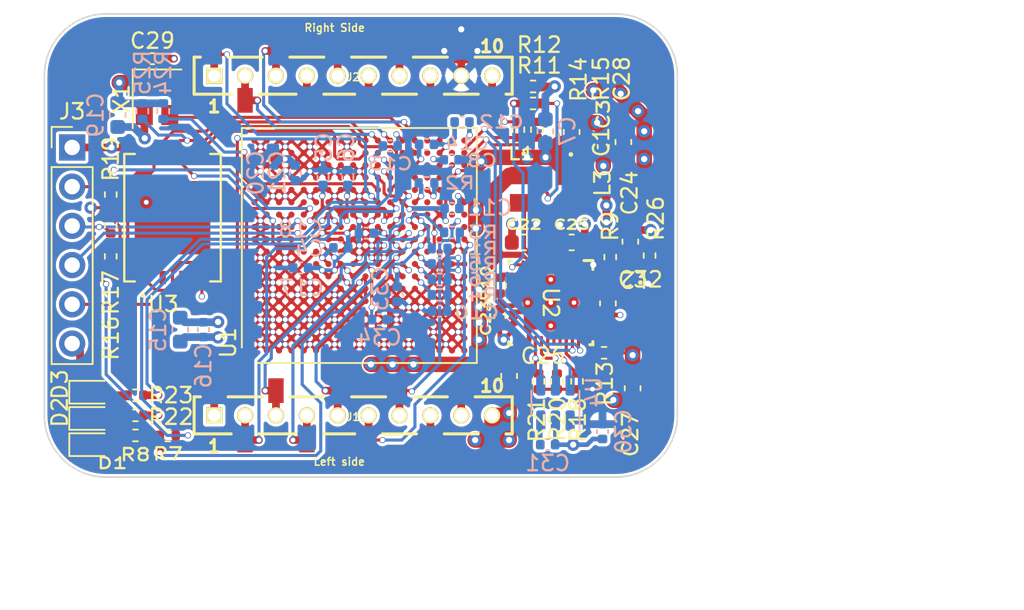
<source format=kicad_pcb>
(kicad_pcb (version 20211014) (generator pcbnew)
  (layers (0 "F.Cu" signal) (1 "In1.Cu" power) (2 "In2.Cu" power) (31 "B.Cu" signal) (34 "B.Paste" user) (35 "F.Paste" user) (36 "B.SilkS" user "B.Silkscreen") (37 "F.SilkS" user "F.Silkscreen") (38 "B.Mask" user) (39 "F.Mask" user) (44 "Edge.Cuts" user))
  (net 0 "")
  (net 1 "+1V8")
  (net 2 "GND")
  (net 3 "+1V0")
  (net 4 "+3V3")
  (net 5 "VBUS")
  (net 6 "/VRTC")
  (net 7 "unconnected-(J1-Pad1)")
  (net 8 "/RX1")
  (net 9 "/TX1")
  (net 10 "/SDA")
  (net 11 "/SCL")
  (net 12 "/IO1")
  (net 13 "/IO2")
  (net 14 "/TX2")
  (net 15 "/RX2")
  (net 16 "/SCK")
  (net 17 "/MISO")
  (net 18 "/MOSI")
  (net 19 "unconnected-(J2-Pad6)")
  (net 20 "unconnected-(J2-Pad7)")
  (net 21 "unconnected-(J2-Pad10)")
  (net 22 "/TMS")
  (net 23 "/TDI")
  (net 24 "/TCK")
  (net 25 "/TDO")
  (net 26 "/NCS")
  (net 27 "/SCLK_PWR")
  (net 28 "/SDAT_PWR")
  (net 29 "/M0")
  (net 30 "/M1")
  (net 31 "/M2")
  (net 32 "/En_1V")
  (net 33 "/En_1V8")
  (net 34 "/En_3V3")
  (net 35 "/CLK100MHZ")
  (net 36 "/CCLK")
  (net 37 "/SIO0")
  (net 38 "/SIO1")
  (net 39 "/SIO2")
  (net 40 "/SIO3")
  (net 44 "/LED_1_")
  (net 69 "/L2")
  (net 70 "/L3")
  (net 71 "/L1")
  (net 72 "/PROGR_LED")
  (net 73 "/INIT_B")
  (net 74 "/PROGRAM_B")
  (net 75 "/CFGBVS")
  (net 76 "/PWRFAIL_SNS")
  (net 77 "/En_seq")
  (net 78 "/DEFDCDC1")
  (net 80 "/HOT_RESET_N")
  (net 81 "/DONE")
  (net 82 "/INT_N")
  (net 84 "unconnected-(J2-Pad8)")
  (net 86 "/LED_2_")
  (net 87 "/LED_1")
  (net 88 "/LED_2")
  (net 89 "unconnected-(J1-Pad8)")
  (net 90 "unconnected-(J1-Pad9)")
  (net 93 "/VCC")
  (footprint "inductor:IND_WE-PMCI_0806_WRE" (layer "F.Cu") (at 118.6 115.7 -90)
    (fp_text reference "L2")
    (fp_text value "2u2")
  )
  (footprint "Capacitor_SMD:C_0402_1005Metric" (layer "F.Cu") (at 87 98.9)
    (fp_text reference "C29")
    (fp_text value "100n")
  )
  (footprint "Capacitor_SMD:C_0603_1608Metric" (layer "F.Cu") (at 117.5 104.3 90)
    (fp_text reference "C1")
    (fp_text value "47u")
  )
  (footprint "inductor:IND_WE-PMCI_0806_WRE" (layer "F.Cu") (at 111.05 107.35 -90)
    (fp_text reference "L1")
    (fp_text value "2u2")
  )
  (footprint "Resistor_SMD:R_0402_1005Metric" (layer "F.Cu") (at 85.9 122 180)
    (fp_text reference "R22")
    (fp_text value "200R")
  )
  (footprint "Resistor_SMD:R_0402_1005Metric" (layer "F.Cu") (at 113.2 119.8 90)
    (fp_text reference "R20")
    (fp_text value "100k")
  )
  (footprint "Capacitor_SMD:C_0603_1608Metric" (layer "F.Cu") (at 114.15 103.65 90)
    (fp_text reference "C28")
    (fp_text value "22u")
  )
  (footprint "Oscillator:Oscillator_SMD_Abracon_ASE-4Pin_3.2x2.5mm" (layer "F.Cu") (at 87.3 101.5 -90)
    (fp_text reference "X1")
    (fp_text value "ASE-100MHz")
  )
  (footprint "Capacitor_SMD:C_0603_1608Metric" (layer "F.Cu") (at 118.1 120.25 -90)
    (fp_text reference "C27")
    (fp_text value "22u")
  )
  (footprint "Resistor_SMD:R_0402_1005Metric" (layer "F.Cu") (at 111.9 103.5 90)
    (fp_text reference "R15")
    (fp_text value "4k7")
  )
  (footprint "Capacitor_SMD:C_0603_1608Metric" (layer "F.Cu") (at 114.15 110.8)
    (fp_text reference "C25")
    (fp_text value "22u")
  )
  (footprint "Connector_PinHeader_2.54mm:PinHeader_1x06_P2.54mm_Vertical" (layer "F.Cu") (at 81.8 104.65)
    (fp_text reference "J3")
    (fp_text value "Conn_01x06")
  )
  (footprint "LED_SMD:LED_0603_1608Metric" (layer "F.Cu") (at 83.1 123.9)
    (fp_text reference "D1")
    (fp_text value "LED_RED")
  )
  (footprint "Capacitor_SMD:C_0603_1608Metric" (layer "F.Cu") (at 116.5 114.75 -90)
    (fp_text reference "C32")
    (fp_text value "22u")
  )
  (footprint "Resistor_SMD:R_0402_1005Metric" (layer "F.Cu") (at 84.3 111.7 -90)
    (fp_text reference "R16")
    (fp_text value "4k7")
  )
  (footprint "Capacitor_SMD:C_0402_1005Metric" (layer "F.Cu") (at 116.2 104.6 90)
    (fp_text reference "C3")
    (fp_text value "4u7")
  )
  (footprint "Resistor_SMD:R_0402_1005Metric" (layer "F.Cu") (at 119.2 111.65 90)
    (fp_text reference "R26")
    (fp_text value "10R")
  )
  (footprint "power_ic:RSB0040B" (layer "F.Cu") (at 112.799997 114.7 -90)
    (fp_text reference "U2")
    (fp_text value "TPS65023BRSBT")
  )
  (footprint "power_ic:BF090-10-X-B2" (layer "F.Cu") (at 100 122)
    (fp_text reference "J1")
    (fp_text value "Left side")
  )
  (footprint "Capacitor_SMD:C_0402_1005Metric" (layer "F.Cu") (at 109.5 115.6 -90)
    (fp_text reference "C23")
    (fp_text value "4u7")
  )
  (footprint "Resistor_SMD:R_0402_1005Metric" (layer "F.Cu") (at 109.51 113.6 90)
    (fp_text reference "R10")
    (fp_text value "100k")
  )
  (footprint "Resistor_SMD:R_0402_1005Metric" (layer "F.Cu") (at 116.65 111.75 90)
    (fp_text reference "R9")
    (fp_text value "100k")
  )
  (footprint "Capacitor_SMD:C_0603_1608Metric" (layer "F.Cu") (at 110.1 119.45 -90)
    (fp_text reference "C26")
    (fp_text value "22u")
  )
  (footprint "Resistor_SMD:R_0402_1005Metric" (layer "F.Cu") (at 114.5 119.8 90)
    (fp_text reference "R18")
    (fp_text value "100k")
  )
  (footprint "Resistor_SMD:R_0402_1005Metric" (layer "F.Cu") (at 84.3 109.7 -90)
    (fp_text reference "R17")
    (fp_text value "4k7")
  )
  (footprint "power_ic:BF090-10-X-B2" (layer "F.Cu") (at 100 100)
    (fp_text reference "J2")
    (fp_text value "Right Side")
  )
  (footprint "Resistor_SMD:R_0402_1005Metric" (layer "F.Cu") (at 116.25 117.95)
    (fp_text reference "R13")
    (fp_text value "4k7")
  )
  (footprint "Resistor_SMD:R_0402_1005Metric" (layer "F.Cu") (at 88 123.3 180)
    (fp_text reference "R7")
    (fp_text value "200R")
  )
  (footprint "Capacitor_SMD:C_0603_1608Metric" (layer "F.Cu") (at 111.05 110.8 180)
    (fp_text reference "C22")
    (fp_text value "22u")
  )
  (footprint "Resistor_SMD:R_0402_1005Metric" (layer "F.Cu") (at 84.3 107.7 90)
    (fp_text reference "R19")
    (fp_text value "4k7")
  )
  (footprint "LED_SMD:LED_0603_1608Metric" (layer "F.Cu") (at 83.1 120.5)
    (fp_text reference "D3")
    (fp_text value "LED_YELLOW")
  )
  (footprint "Resistor_SMD:R_0402_1005Metric" (layer "F.Cu") (at 112 119.8 90)
    (fp_text reference "R21")
    (fp_text value "100k")
  )
  (footprint "LED_SMD:LED_0603_1608Metric" (layer "F.Cu") (at 83.1 122.2)
    (fp_text reference "D2")
    (fp_text value "LED_BLUE")
  )
  (footprint "Resistor_SMD:R_0402_1005Metric" (layer "F.Cu") (at 111.65 100.7 180)
    (fp_text reference "R12")
    (fp_text value "150k")
  )
  (footprint "Resistor_SMD:R_0402_1005Metric" (layer "F.Cu") (at 111.65 101.8)
    (fp_text reference "R11")
    (fp_text value "100k")
  )
  (footprint "Resistor_SMD:R_0402_1005Metric" (layer "F.Cu") (at 85.9 123.3 180)
    (fp_text reference "R8")
    (fp_text value "100R")
  )
  (footprint "inductor:IND_WE-PMCI_0806_WRE" (layer "F.Cu") (at 114.1 107.4 -90)
    (fp_text reference "L3")
    (fp_text value "2u2")
  )
  (footprint "Resistor_SMD:R_0402_1005Metric" (layer "F.Cu") (at 85.9 120.7 180)
    (fp_text reference "R23")
    (fp_text value "200R")
  )
  (footprint "s25:WNG008_SPA" (layer "F.Cu") (at 88.3 109.2 90)
    (fp_text reference "U3")
    (fp_text value "S25FL128SAGNFI000")
  )
  (footprint "Capacitor_SMD:C_0603_1608Metric" (layer "F.Cu") (at 117.95 110.75 90)
    (fp_text reference "C24")
    (fp_text value "1u")
  )
  (footprint "Resistor_SMD:R_0402_1005Metric" (layer "F.Cu") (at 110.7 103.5 90)
    (fp_text reference "R14")
    (fp_text value "4k7")
  )
  (footprint "Package_BGA:Xilinx_CSG324" (layer "F.Cu") (at 100.4 111 90)
    (fp_text reference "U1")
    (fp_text value "XC7A100T-CSG324")
  )
  (footprint "Capacitor_SMD:C_0402_1005Metric" (layer "B.Cu") (at 104.75 104.45)
    (fp_text reference "C14")
    (fp_text value "470n")
  )
  (footprint "Capacitor_SMD:C_0402_1005Metric" (layer "B.Cu") (at 96.6 112.45 180)
    (fp_text reference "C17")
    (fp_text value "470n")
  )
  (footprint "Capacitor_SMD:C_0402_1005Metric" (layer "B.Cu") (at 99.65 106.6 90)
    (fp_text reference "C6")
    (fp_text value "470n")
  )
  (footprint "Resistor_SMD:R_0402_1005Metric" (layer "B.Cu") (at 104.75 106.95)
    (fp_text reference "R2")
    (fp_text value "1k")
  )
  (footprint "Resistor_SMD:R_0402_1005Metric" (layer "B.Cu") (at 105.6 113.2)
    (fp_text reference "R6")
    (fp_text value "4k7")
  )
  (footprint "Capacitor_SMD:C_0603_1608Metric" (layer "B.Cu") (at 88.8 116.45 -90)
    (fp_text reference "C15")
    (fp_text value "47u")
  )
  (footprint "Capacitor_SMD:C_0402_1005Metric" (layer "B.Cu") (at 100.85 110.2 180)
    (fp_text reference "C18")
    (fp_text value "470n")
  )
  (footprint "Capacitor_SMD:C_0402_1005Metric" (layer "B.Cu") (at 106.35 105.45 180)
    (fp_text reference "C8")
    (fp_text value "4u7")
  )
  (footprint "Capacitor_SMD:C_0402_1005Metric" (layer "B.Cu") (at 98.05 106.6 90)
    (fp_text reference "C5")
    (fp_text value "470n")
  )
  (footprint "Resistor_SMD:R_0402_1005Metric" (layer "B.Cu") (at 86.35 102.3 -90)
    (fp_text reference "R25")
    (fp_text value "4k7")
  )
  (footprint "Capacitor_SMD:C_0402_1005Metric" (layer "B.Cu") (at 116.15 123.05 -90)
    (fp_text reference "C30")
    (fp_text value "470n")
  )
  (footprint "Capacitor_SMD:C_0603_1608Metric" (layer "B.Cu") (at 84.75 102.55 -90)
    (fp_text reference "C19")
    (fp_text value "47u")
  )
  (footprint "Capacitor_SMD:C_0402_1005Metric" (layer "B.Cu") (at 99.2 111.15 180)
    (fp_text reference "C4")
    (fp_text value "470n")
  )
  (footprint "Capacitor_SMD:C_0402_1005Metric" (layer "B.Cu") (at 106.4 108.6)
    (fp_text reference "C11")
    (fp_text value "470n")
  )
  (footprint "Capacitor_SMD:C_0402_1005Metric" (layer "B.Cu") (at 105.6 115.25 180)
    (fp_text reference "C10")
    (fp_text value "470n")
  )
  (footprint "Capacitor_SMD:C_0402_1005Metric" (layer "B.Cu") (at 96.25 106.3 -90)
    (fp_text reference "C21")
    (fp_text value "470n")
  )
  (footprint "Capacitor_SMD:C_0603_1608Metric" (layer "B.Cu") (at 112.45 103.6 90)
    (fp_text reference "C7")
    (fp_text value "47u")
  )
  (footprint "Capacitor_SMD:C_0402_1005Metric" (layer "B.Cu") (at 107.05 103 180)
    (fp_text reference "C12")
    (fp_text value "470n")
  )
  (footprint "Resistor_SMD:R_0402_1005Metric" (layer "B.Cu") (at 106.4 110.15)
    (fp_text reference "R3")
    (fp_text value "1k")
  )
  (footprint "Capacitor_SMD:C_0402_1005Metric" (layer "B.Cu") (at 94.85 106.3 -90)
    (fp_text reference "C20")
    (fp_text value "4u7")
  )
  (footprint "Resistor_SMD:R_0402_1005Metric" (layer "B.Cu") (at 105.6 111.2)
    (fp_text reference "R1")
    (fp_text value "1k")
  )
  (footprint "Capacitor_SMD:C_0402_1005Metric" (layer "B.Cu") (at 112.6 123.9)
    (fp_text reference "C31")
    (fp_text value "470n")
  )
  (footprint "Capacitor_SMD:C_0402_1005Metric" (layer "B.Cu") (at 101.7 115.8)
    (fp_text reference "C34")
    (fp_text value "470n")
  )
  (footprint "Capacitor_SMD:C_0402_1005Metric" (layer "B.Cu") (at 102.85 114.15 -90)
    (fp_text reference "C33")
    (fp_text value "470n")
  )
  (footprint "Resistor_SMD:R_0402_1005Metric" (layer "B.Cu") (at 105.6 114.2)
    (fp_text reference "R4")
    (fp_text value "4k7")
  )
  (footprint "Capacitor_SMD:C_0402_1005Metric" (layer "B.Cu") (at 102.4 104.55)
    (fp_text reference "C13")
    (fp_text value "470n")
  )
  (footprint "Resistor_SMD:R_0402_1005Metric" (layer "B.Cu") (at 87.7 102.3 90)
    (fp_text reference "R24")
    (fp_text value "4k7")
  )
  (footprint "Package_TO_SOT_SMD:SOT-23-6" (layer "B.Cu") (at 113.1 121.2 90)
    (fp_text reference "U4")
    (fp_text value "LM3880")
  )
  (footprint "Capacitor_SMD:C_0402_1005Metric" (layer "B.Cu") (at 90.3 116.45 -90)
    (fp_text reference "C16")
    (fp_text value "4u7")
  )
  (footprint "Resistor_SMD:R_0402_1005Metric" (layer "B.Cu") (at 105.6 112.2)
    (fp_text reference "R5")
    (fp_text value "4k7")
  )
  (gr_line (start 121 100) (end 121 122) (layer "Edge.Cuts") (width 0.1))
  (gr_arc (start 80 100) (mid 81.171573 97.171573) (end 84 96) (layer "Edge.Cuts") (width 0.1))
  (gr_arc (start 84 126) (mid 81.171573 124.828427) (end 80 122) (layer "Edge.Cuts") (width 0.1))
  (gr_arc (start 121 122) (mid 119.828427 124.828427) (end 117 126) (layer "Edge.Cuts") (width 0.1))
  (gr_line (start 80 100) (end 80 122) (layer "Edge.Cuts") (width 0.1))
  (gr_arc (start 117 96) (mid 119.828427 97.171573) (end 121 100) (layer "Edge.Cuts") (width 0.1))
  (gr_line (start 84 126) (end 117 126) (layer "Edge.Cuts") (width 0.1))
  (gr_line (start 84 96) (end 117 96) (layer "Edge.Cuts") (width 0.1))
  (segment (start 115.249997 115.700001) (end 115.549996 115.700001) (width 0.3) (layer "F.Cu") (net 1))
  (segment (start 99.4 109.2) (end 99.6 109.4) (width 0.2) (layer "F.Cu") (net 1))
  (segment (start 102.4 109) (end 102 109.4) (width 0.2) (layer "F.Cu") (net 1))
  (segment (start 115.8 115.950005) (end 115.8 116.2) (width 0.3) (layer "F.Cu") (net 1))
  (segment (start 99 108.8) (end 99.05 108.75) (width 0.2) (layer "F.Cu") (net 1))
  (segment (start 99.05 108.75) (end 99.45 108.75) (width 0.2) (layer "F.Cu") (net 1))
  (segment (start 118.1 117.089) (end 118.6 116.589) (width 1) (layer "F.Cu") (net 1))
  (segment (start 100.6 108.8) (end 100.8 109) (width 0.2) (layer "F.Cu") (net 1))
  (segment (start 100.6 108.8) (end 100.75 108.65) (width 0.2) (layer "F.Cu") (net 1))
  (segment (start 102.05 108.65) (end 102.05 108.85) (width 0.2) (layer "F.Cu") (net 1))
  (segment (start 98.3 108.6) (end 98.2 108.6) (width 0.2) (layer "F.Cu") (net 1))
  (segment (start 99.2 109) (end 99.6 109.4) (width 0.2) (layer "F.Cu") (net 1))
  (segment (start 102.05 108.85) (end 102.05 109.35) (width 0.2) (layer "F.Cu") (net 1))
  (segment (start 98.2 108.6) (end 98 108.4) (width 0.2) (layer "F.Cu") (net 1))
  (segment (start 101 108.6) (end 100.9 108.7) (width 0.2) (layer "F.Cu") (net 1))
  (segment (start 99.45 108.75) (end 99.6 108.6) (width 0.2) (layer "F.Cu") (net 1))
  (segment (start 99.6 108.8) (end 99.6 109.2) (width 0.2) (layer "F.Cu") (net 1))
  (segment (start 118.1 118.1) (end 118.1 117.089) (width 1) (layer "F.Cu") (net 1))
  (segment (start 102 108.6) (end 101.9 108.6) (width 0.2) (layer "F.Cu") (net 1))
  (segment (start 117.5 105.075) (end 116.205 105.075) (width 1) (layer "F.Cu") (net 1))
  (segment (start 115.8 116.2) (end 116.189 116.589) (width 0.3) (layer "F.Cu") (net 1))
  (segment (start 117.95 117.95) (end 118.1 118.1) (width 0.2) (layer "F.Cu") (net 1))
  (segment (start 99.6 107.8) (end 99.6 108.6) (width 0.2) (layer "F.Cu") (net 1))
  (segment (start 98.3 108.6) (end 98.8 108.6) (width 0.2) (layer "F.Cu") (net 1))
  (segment (start 98.8 108.6) (end 99.8 108.6) (width 0.2) (layer "F.Cu") (net 1))
  (segment (start 116.189 116.589) (end 118.6 116.589) (width 0.3) (layer "F.Cu") (net 1))
  (segment (start 99.8 108.6) (end 99.6 108.8) (width 0.2) (layer "F.Cu") (net 1))
  (segment (start 99.8 108.6) (end 99.9 108.6) (width 0.2) (layer "F.Cu") (net 1))
  (segment (start 98 108.6) (end 98 108.4) (width 0.2) (layer "F.Cu") (net 1))
  (segment (start 99 108.8) (end 99.2 109) (width 0.2) (layer "F.Cu") (net 1))
  (segment (start 116.205 105.075) (end 116.2 105.08) (width 1) (layer "F.Cu") (net 1))
  (segment (start 99.4 109) (end 99.4 109.2) (width 0.2) (layer "F.Cu") (net 1))
  (segment (start 98 108.6) (end 98.3 108.6) (width 0.2) (layer "F.Cu") (net 1))
  (segment (start 99.6 108.8) (end 99.4 109) (width 0.2) (layer "F.Cu") (net 1))
  (segment (start 97.775 108.825) (end 98 108.6) (width 0.2) (layer "F.Cu") (net 1))
  (segment (start 100.4 108.6) (end 100.7 108.6) (width 0.2) (layer "F.Cu") (net 1))
  (segment (start 97.6 109) (end 97.2 109.4) (width 0.2) (layer "F.Cu") (net 1))
  (segment (start 102.05 108.65) (end 102 108.6) (width 0.2) (layer "F.Cu") (net 1))
  (segment (start 100.7 108.6) (end 101 108.6) (width 0.2) (layer "F.Cu") (net 1))
  (segment (start 102.05 108.75) (end 102.05 108.85) (width 0.2) (layer "F.Cu") (net 1))
  (segment (start 99.6 108.6) (end 99.6 108.8) (width 0.2) (layer "F.Cu") (net 1))
  (segment (start 99.2 109) (end 99.45 108.75) (width 0.2) (layer "F.Cu") (net 1))
  (segment (start 100.8 109) (end 101.2 108.6) (width 0.2) (layer "F.Cu") (net 1))
  (segment (start 102.4 109) (end 102.05 108.65) (width 0.2) (layer "F.Cu") (net 1))
  (segment (start 100.4 108.6) (end 100.6 108.8) (width 0.2) (layer "F.Cu") (net 1))
  (segment (start 115.549996 115.700001) (end 115.8 115.950005) (width 0.3) (layer "F.Cu") (net 1))
  (segment (start 101 108.6) (end 101.2 108.6) (width 0.2) (layer "F.Cu") (net 1))
  (segment (start 116.76 117.95) (end 117.95 117.95) (width 0.2) (layer "F.Cu") (net 1))
  (segment (start 99.9 108.6) (end 100.4 108.6) (width 0.2) (layer "F.Cu") (net 1))
  (segment (start 102.05 109.35) (end 102 109.4) (width 0.2) (layer "F.Cu") (net 1))
  (segment (start 118.1 118.1) (end 118.1 119.475) (width 1) (layer "F.Cu") (net 1))
  (segment (start 99.6 108.6) (end 99.9 108.6) (width 0.2) (layer "F.Cu") (net 1))
  (segment (start 101.9 108.6) (end 102.05 108.75) (width 0.2) (layer "F.Cu") (net 1))
  (segment (start 100.8 109) (end 100.8 108.7) (width 0.2) (layer "F.Cu") (net 1))
  (segment (start 98 108.4) (end 98 107.8) (width 0.2) (layer "F.Cu") (net 1))
  (segment (start 116.2 105.08) (end 116.2 105.85) (width 1) (layer "F.Cu") (net 1))
  (segment (start 100.8 108.7) (end 100.75 108.65) (width 0.2) (layer "F.Cu") (net 1))
  (segment (start 101.9 108.6) (end 101.2 108.6) (width 0.2) (layer "F.Cu") (net 1))
  (segment (start 97.6 109) (end 97.775 108.825) (width 0.2) (layer "F.Cu") (net 1))
  (segment (start 100.75 108.65) (end 100.7 108.6) (width 0.2) (layer "F.Cu") (net 1))
  (segment (start 98.8 108.6) (end 99 108.8) (width 0.2) (layer "F.Cu") (net 1))
  (via (at 118.1 118.1) (size 0.8) (drill 0.4) (layers "F.Cu" "B.Cu") (net 1))
  (via (at 102 109.4) (size 0.4) (drill 0.3) (layers "F.Cu" "B.Cu") (net 1))
  (via (at 98 107.8) (size 0.4) (drill 0.3) (layers "F.Cu" "B.Cu") (net 1))
  (via (at 116.2 105.85) (size 0.8) (drill 0.4) (layers "F.Cu" "B.Cu") (net 1))
  (via (at 97.2 109.4) (size 0.4) (drill 0.3) (layers "F.Cu" "B.Cu") (net 1))
  (via (at 99.6 107.8) (size 0.4) (drill 0.3) (layers "F.Cu" "B.Cu") (net 1))
  (via (at 99.6 109.4) (size 0.4) (drill 0.3) (layers "F.Cu" "B.Cu") (net 1))
  (segment (start 99.65 107.75) (end 99.6 107.8) (width 0.3) (layer "B.Cu") (net 1))
  (segment (start 98.05 107.08) (end 98.05 107.75) (width 0.3) (layer "B.Cu") (net 1))
  (segment (start 99.65 107.18) (end 99.65 107.75) (width 0.3) (layer "B.Cu") (net 1))
  (segment (start 98.05 107.75) (end 98 107.8) (width 0.3) (layer "B.Cu") (net 1))
  (segment (start 107.9 123.6) (end 110.1 123.6) (width 1) (layer "F.Cu") (net 2))
  (segment (start 99.2 111.4) (end 99.6 111) (width 0.2) (layer "F.Cu") (net 2))
  (segment (start 100.8 113) (end 100.8 113.8) (width 0.2) (layer "F.Cu") (net 2))
  (segment (start 95.6 107.8) (end 96 108.2) (width 0.2) (layer "F.Cu") (net 2))
  (segment (start 101.6 113.8) (end 101.6 114.6) (width 0.2) (layer "F.Cu") (net 2))
  (segment (start 94.8 111.8) (end 97.2 114.2) (width 0.2) (layer "F.Cu") (net 2))
  (segment (start 110.3 109.6) (end 110.275 109.625) (width 0.5) (layer "F.Cu") (net 2))
  (segment (start 100 117.8) (end 97.2 115) (width 0.2) (layer "F.Cu") (net 2))
  (segment (start 110.1 121.85) (end 109.95 122) (width 1) (layer "F.Cu") (net 2))
  (segment (start 104 117.8) (end 107.2 114.6) (width 0.2) (layer "F.Cu") (net 2))
  (segment (start 100.8 109.8) (end 101.2 110.2) (width 0.2) (layer "F.Cu") (net 2))
  (segment (start 97.2 115.8) (end 99.2 113.8) (width 0.2) (layer "F.Cu") (net 2))
  (segment (start 105.2 116.6) (end 106.4 117.8) (width 0.2) (layer "F.Cu") (net 2))
  (segment (start 99.6 104.6) (end 99.2 105) (width 0.2) (layer "F.Cu") (net 2))
  (segment (start 94 112.6) (end 94.8 113.4) (width 0.2) (layer "F.Cu") (net 2))
  (segment (start 100 111.4) (end 100.4 111) (width 0.2) (layer "F.Cu") (net 2))
  (segment (start 94.8 117.4) (end 98.4 113.8) (width 0.2) (layer "F.Cu") (net 2))
  (segment (start 96.4 112.6) (end 95.6 113.4) (width 0.2) (layer "F.Cu") (net 2))
  (segment (start 101.6 113.8) (end 102 113.4) (width 0.2) (layer "F.Cu") (net 2))
  (segment (start 93.6 109.8) (end 94.4 109) (width 0.2) (layer "F.Cu") (net 2))
  (segment (start 110.349997 116.500001) (end 109.749999 117.1) (width 0.3) (layer "F.Cu") (net 2))
  (segment (start 98.4 113.8) (end 98.8 113.4) (width 0.2) (layer "F.Cu") (net 2))
  (segment (start 116.275001 115.300001) (end 116.5 115.525) (width 0.3) (layer "F.Cu") (net 2))
  (segment (start 107.2 113) (end 107.2 112.2) (width 0.2) (layer "F.Cu") (net 2))
  (segment (start 106 117.4) (end 106.8 116.6) (width 0.2) (layer "F.Cu") (net 2))
  (segment (start 94 104.6) (end 96 106.6) (width 0.2) (layer "F.Cu") (net 2))
  (segment (start 82.3125 123.9) (end 82.3125 120.5) (width 0.5) (layer "F.Cu") (net 2))
  (segment (start 100 105.8) (end 99.2 106.6) (width 0.2) (layer "F.Cu") (net 2))
  (segment (start 100 112.2) (end 100.4 111.8) (width 0.25) (layer "F.Cu") (net 2))
  (segment (start 102.4 106.6) (end 102 106.2) (width 0.2) (layer "F.Cu") (net 2))
  (segment (start 110.329995 116.08) (end 110.349997 116.100002) (width 0.3) (layer "F.Cu") (net 2))
  (segment (start 100 106.6) (end 100.4 106.2) (width 0.2) (layer "F.Cu") (net 2))
  (segment (start 100.4 113.4) (end 100.8 113) (width 0.2) (layer "F.Cu") (net 2))
  (segment (start 110.349997 114.5) (end 111.099997 114.5) (width 0.3) (layer "F.Cu") (net 2))
  (segment (start 107.2 113.8) (end 106.8 113.4) (width 0.2) (layer "F.Cu") (net 2))
  (segment (start 109.5 116.08) (end 110.329995 116.08) (width 0.3) (layer "F.Cu") (net 2))
  (segment (start 100 105) (end 99.2 104.2) (width 0.2) (layer "F.Cu") (net 2))
  (segment (start 93.6 113.8) (end 94 114.2) (width 0.2) (layer "F.Cu") (net 2))
  (segment (start 100 113.8) (end 96.4 117.4) (width 0.2) (layer "F.Cu") (net 2))
  (segment (start 102 113.4) (end 102.4 113) (width 0.2) (layer "F.Cu") (net 2))
  (segment (start 102 111.8) (end 102.4 111.4) (width 0.2) (layer "F.Cu") (net 2))
  (segment (start 93.6 116.2) (end 94 115.8) (width 0.2) (layer "F.Cu") (net 2))
  (segment (start 109.5 116.850001) (end 109.749999 117.1) (width 0.3) (layer "F.Cu") (net 2))
  (segment (start 113.799998 111.875307) (end 114.875305 110.8) (width 0.2) (layer "F.Cu") (net 2))
  (segment (start 107.2 108.2) (end 106.8 107.8) (width 0.3) (layer "F.Cu") (net 2))
  (segment (start 86.475 104.025) (end 86.475 102.55) (width 0.5) (layer "F.Cu") (net 2))
  (segment (start 106.8 114.2) (end 107.2 114.6) (width 0.2) (layer "F.Cu") (net 2))
  (segment (start 93.6 117.8) (end 94.8 116.6) (width 0.2) (layer "F.Cu") (net 2))
  (segment (start 99.2 107.4) (end 100 107.4) (width 0.2) (layer "F.Cu") (net 2))
  (segment (start 93.6 107.4) (end 94.4 108.2) (width 0.2) (layer "F.Cu") (net 2))
  (segment (start 98.8 113.4) (end 99.2 113) (width 0.2) (layer "F.Cu") (net 2))
  (segment (start 96.45 111.85) (end 96.8 112.2) (width 0.2) (layer "F.Cu") (net 2))
  (segment (start 96.8 117.8) (end 97.2 117.4) (width 0.2) (layer "F.Cu") (net 2))
  (segment (start 95.6 104.6) (end 96.4 105.4) (width 0.2) (layer "F.Cu") (net 2))
  (segment (start 96.35 111.85) (end 96.45 111.85) (width 0.2) (layer "F.Cu") (net 2))
  (segment (start 105.200003 107.7995) (end 104.800503 107.4) (width 0.2) (layer "F.Cu") (net 2))
  (segment (start 102.4 113.8) (end 102 113.4) (width 0.2) (layer "F.Cu") (net 2))
  (segment (start 94.4 106.6) (end 93.6 105.8) (width 0.2) (layer "F.Cu") (net 2))
  (segment (start 104.8 112.2) (end 106.8 114.2) (width 0.2) (layer "F.Cu") (net 2))
  (segment (start 119.25 110) (end 118.025 110) (width 0.5) (layer "F.Cu") (net 2))
  (segment (start 100.8 106.6) (end 100 105.8) (width 0.2) (layer "F.Cu") (net 2))
  (segment (start 94 114.2) (end 95.6 112.6) (width 0.2) (layer "F.Cu") (net 2))
  (segment (start 94 111) (end 93.6 110.6) (width 0.2) (layer "F.Cu") (net 2))
  (segment (start 103.2 117.8) (end 98.8 113.4) (width 0.2) (layer "F.Cu") (net 2))
  (segment (start 93.6 110.6) (end 94.4 109.8) (width 0.2) (layer "F.Cu") (net 2))
  (segment (start 117.3 115.5) (end 116.525 115.5) (width 0.3) (layer "F.Cu") (net 2))
  (segment (start 98.8 107.8) (end 99.2 107.4) (width 0.2) (layer "F.Cu") (net 2))
  (segment (start 98.8 106.2) (end 99.2 105.8) (width 0.2) (layer "F.Cu") (net 2))
  (segment (start 102.7995 109.3505) (end 102.8495 109.3505) (width 0.2) (layer "F.Cu") (net 2))
  (segment (start 98.8 115.8) (end 100.8 113.8) (width 0.2) (layer "F.Cu") (net 2))
  (segment (start 100.8 109.8) (end 101.2 109.4) (width 0.2) (layer "F.Cu") (net 2))
  (segment (start 106.4 113) (end 101.6 117.8) (width 0.2) (layer "F.Cu") (net 2))
  (segment (start 96.4 107.8) (end 96.8 107.4) (width 0.2) (layer "F.Cu") (net 2))
  (segment (start 114.325 103.05) (end 114.15 102.875) (width 1) (layer "F.Cu") (net 2))
  (segment (start 96 108.2) (end 96.4 107.8) (width 0.2) (layer "F.Cu") (net 2))
  (segment (start 94.4 109.8) (end 94 109.4) (width 0.2) (layer "F.Cu") (net 2))
  (segment (start 106.8 116.6) (end 107.2 116.2) (width 0.2) (layer "F.Cu") (net 2))
  (segment (start 110.349997 113.3) (end 110.349997 114.5) (width 0.3) (layer "F.Cu") (net 2))
  (segment (start 98.4 110.6) (end 99.2 110.6) (width 0.2) (layer "F.Cu") (net 2))
  (segment (start 109.5 116.08) (end 109.5 116.850001) (width 0.3) (layer "F.Cu") (net 2))
  (segment (start 97.2 111.8) (end 97.6 111.4) (width 0.2) (layer "F.Cu") (net 2))
  (segment (start 98.4 106.6) (end 96 104.2) (width 0.2) (layer "F.Cu") (net 2))
  (segment (start 96.45 104.55) (end 96.8 104.2) (width 0.2) (layer "F.Cu") (net 2))
  (segment (start 115.8 103.05) (end 114.325 103.05) (width 1) (layer "F.Cu") (net 2))
  (segment (start 110.1 120.225) (end 110.1 121.85) (width 1) (layer "F.Cu") (net 2))
  (segment (start 107.2 115.4) (end 106.8 115) (width 0.2) (layer "F.Cu") (net 2))
  (segment (start 102.4 117.8) (end 102 117.4) (width 0.2) (layer "F.Cu") (net 2))
  (segment (start 103.6 115) (end 105.2 116.6) (width 0.2) (layer "F.Cu") (net 2))
  (segment (start 97.6 109.8) (end 98 109.4) (width 0.2) (layer "F.Cu") (net 2))
  (segment (start 116.2 103.6) (end 116.275 103.525) (width 0.5) (layer "F.Cu") (net 2))
  (segment (start 82.3125 120.7) (end 82.3125 117.8625) (width 0.5) (layer "F.Cu") (net 2))
  (segment (start 95.2 110.6) (end 96 109.8) (width 0.2) (layer "F.Cu") (net 2))
  (segment (start 100 108.2) (end 100.8 107.4) (width 0.2) (layer "F.Cu") (net 2))
  (segment (start 102.8495 109.3505) (end 103.2 109) (width 0.2) (layer "F.Cu") (net 2))
  (segment (start 99.2 108.2) (end 98.4 107.4) (width 0.2) (layer "F.Cu") (net 2))
  (segment (start 104 117.8) (end 103.6 117.4) (width 0.2) (layer "F.Cu") (net 2))
  (segment (start 103.2 112.2) (end 103.6 112.6) (width 0.2) (layer "F.Cu") (net 2))
  (segment (start 94 115.8) (end 96.8 113) (width 0.2) (layer "F.Cu") (net 2))
  (segment (start 94.8 107.8) (end 95.2 107.4) (width 0.2) (layer "F.Cu") (net 2))
  (segment (start 95.2 117.8) (end 93.6 116.2) (width 0.2) (layer "F.Cu") (net 2))
  (segment (start 106.4 111.4) (end 104.8 113) (width 0.2) (layer "F.Cu") (net 2))
  (segment (start 106.8 113.4) (end 105.6 112.2) (width 0.2) (layer "F.Cu") (net 2))
  (segment (start 101.2 110.2) (end 101.6 110.6) (width 0.2) (layer "F.Cu") (net 2))
  (segment (start 96.8 104.2) (end 99.2 106.6) (width 0.2) (layer "F.Cu") (net 2))
  (segment (start 100.4 110.2) (end 100.8 110.6) (width 0.2) (layer "F.Cu") (net 2))
  (segment (start 103.6 114.2) (end 102.4 113) (width 0.2) (layer "F.Cu") (net 2))
  (segment (start 104.8 117.8) (end 107.2 115.4) (width 0.2) (layer "F.Cu") (net 2))
  (segment (start 100.8 110.6) (end 101.2 111) (width 0.2) (layer "F.Cu") (net 2))
  (segment (start 95.6 112.6) (end 96 112.2) (width 0.2) (layer "F.Cu") (net 2))
  (segment (start 110.275 110.8) (end 110.3 109.6) (width 0.5) (layer "F.Cu") (net 2))
  (segment (start 99.2 117.8) (end 103.2 113.8) (width 0.2) (layer "F.Cu") (net 2))
  (segment (start 106.8 115) (end 104.8 113) (width 0.2) (layer "F.Cu") (net 2))
  (segment (start 101.2 111.8) (end 101.6 112.2) (width 0.2) (layer "F.Cu") (net 2))
  (segment (start 116.875 121.025) (end 116.85 121) (width 0.5) (layer "F.Cu") (net 2))
  (segment (start 118.025 110) (end 118 109.975) (width 0.5) (layer "F.Cu") (net 2))
  (segment (start 111.799999 113.699999) (end 112.8 114.7) (width 0.2) (layer "F.Cu") (net 2))
  (segment (start 98 109.4) (end 98.4 109) (width 0.2) (layer "F.Cu") (net 2))
  (segment (start 94.8 115.8) (end 94 116.6) (width 0.2) (layer "F.Cu") (net 2))
  (segment (start 116.525 115.5) (end 116.5 115.525) (width 0.3) (layer "F.Cu") (net 2))
  (segment (start 94 109.4) (end 93.6 109) (width 0.2) (layer "F.Cu") (net 2))
  (segment (start 97.2 114.2) (end 98 115) (width 0.2) (layer "F.Cu") (net 2))
  (segment (start 104.4 115) (end 103.6 114.2) (width 0.2) (layer "F.Cu") (net 2))
  (segment (start 110.349997 116.500001) (end 110.349997 115.300001) (width 0.3) (layer "F.Cu") (net 2))
  (segment (start 97.2 107.8) (end 97.6 107.4) (width 0.2) (layer "F.Cu") (net 2))
  (segment (start 102 116.6) (end 101.6 117) (width 0.2) (layer "F.Cu") (net 2))
  (segment (start 93.6 112.2) (end 94 112.6) (width 0.2) (layer "F.Cu") (net 2))
  (segment (start 101.6 110.6) (end 102 111) (width 0.2) (layer "F.Cu") (net 2))
  (segment (start 104.4 114.2) (end 107.2 117) (width 0.2) (layer "F.Cu") (net 2))
  (segment (start 98.4 106.6) (end 98.8 106.2) (width 0.2) (layer "F.Cu") (net 2))
  (segment (start 97.2 113.4) (end 96 112.2) (width 0.2) (layer "F.Cu") (net 2))
  (segment (start 97.6 107.4) (end 98.4 107.4) (width 0.2) (layer "F.Cu") (net 2))
  (segment (start 94.8 113.4) (end 98 116.6) (width 0.2) (layer "F.Cu") (net 2))
  (segment (start 95.2 107.4) (end 95.6 107.8) (width 0.2) (layer "F.Cu") (net 2))
  (segment (start 94 115) (end 93.6 114.6) (width 0.2) (layer "F.Cu") (net 2))
  (segment (start 118.1 121.025) (end 116.875 121.025) (width 1) (layer "F.Cu") (net 2))
  (segment (start 86.5 104.05) (end 86.475 104.025) (width 0.5) (layer "F.Cu") (net 2))
  (segment (start 93.6 112.2) (end 94 111.8) (width 0.2) (layer "F.Cu") (net 2))
  (segment (start 97.2 107.8) (end 97.6 108.2) (width 0.2) (layer "F.Cu") (net 2))
  (segment (start 96 106.6) (end 97.15 105.45) (width 0.2) (layer "F.Cu") (net 2))
  (segment (start 94 106.2) (end 94.8 105.4) (width 0.2) (layer "F.Cu") (net 2))
  (segment (start 100.4 111) (end 100.8 111.4) (width 0.2) (layer "F.Cu") (net 2))
  (segment (start 93.6 105.8) (end 95.2 104.2) (width 0.2) (layer "F.Cu") (net 2))
  (segment (start 100.4 111) (end 100.8 110.6) (width 0.2) (layer "F.Cu") (net 2))
  (segment (start 96.4 114.2) (end 95.55 115.05) (width 0.2) (layer "F.Cu") (net 2))
  (segment (start 100.8 111.4) (end 101.2 111) (width 0.2) (layer "F.Cu") (net 2))
  (segment (start 98.4 117.8) (end 94.8 114.2) (width 0.2) (layer "F.Cu") (net 2))
  (segment (start 98 116.6) (end 99.2 117.8) (width 0.2) (layer "F.Cu") (net 2))
  (segment (start 103.2 117) (end 103.6 117.4) (width 0.2) (layer "F.Cu") (net 2))
  (segment (start 97.2 106.2) (end 98 105.4) (width 0.2) (layer "F.Cu") (net 2))
  (segment (start 96.4 105.4) (end 97.6 106.6) (width 0.2) (layer "F.Cu") (net 2))
  (segment (start 113.799998 112.25) (end 113.799998 111.875307) (width 0.2) (layer "F.Cu") (net 2))
  (segment (start 102 117.4) (end 98.8 114.2) (width 0.2) (layer "F.Cu") (net 2))
  (segment (start 94.8 114.2) (end 93.975 113.375) (width 0.2) (layer "F.Cu") (net 2))
  (segment (start 112.16 100.7) (end 113.05 100.7) (width 0.5) (layer "F.Cu") (net 2))
  (segment (start 96.8 112.2) (end 96.4 112.6) (width 0.2) (layer "F.Cu") (net 2))
  (segment (start 95.6 117.4) (end 97.2 115.8) (width 0.2) (layer "F.Cu") (net 2))
  (segment (start 102 111.8) (end 101.6 111.4) (width 0.2) (layer "F.Cu") (net 2))
  (segment (start 93.6 113) (end 95.2 111.4) (width 0.2) (layer "F.Cu") (net 2))
  (segment (start 100.4 111.8) (end 100.8 111.4) (width 0.2) (layer "F.Cu") (net 2))
  (segment (start 102.4 117.8) (end 107.2 113) (width 0.2) (layer "F.Cu") (net 2))
  (segment (start 96.8 106.6) (end 97.2 106.2) (width 0.2) (layer "F.Cu") (net 2))
  (segment (start 106.4 117.8) (end 107.2 117) (width 0.2) (layer "F.Cu") (net 2))
  (segment (start 100.8 114.6) (end 100 113.8) (width 0.2) (layer "F.Cu") (net 2))
  (segment (start 100.4 110.2) (end 100.8 109.8) (width 0.2) (layer "F.Cu") (net 2))
  (segment (start 98.4 105.8) (end 97.6 106.6) (width 0.2) (layer "F.Cu") (net 2))
  (segment (start 98 113.4) (end 97.25 112.65) (width 0.2) (layer "F.Cu") (net 2))
  (segment (start 94 114.2) (end 96.4 116.6) (width 0.2) (layer "F.Cu") (net 2))
  (segment (start 111.299997 115.300001) (end 111.299997 114.7) (width 0.3) (layer "F.Cu") (net 2))
  (segment (start 104 113.8) (end 104.4 114.2) (width 0.2) (layer "F.Cu") (net 2))
  (segment (start 106 104.6) (end 105.6 105) (width 0.2) (layer "F.Cu") (net 2))
  (segment (start 98.4 117.8) (end 98.8 117.4) (width 0.2) (layer "F.Cu") (net 2))
  (segment (start 94.8 116.6) (end 95.6 115.8) (width 0.2) (layer "F.Cu") (net 2))
  (segment (start 100 110.6) (end 100.4 110.2) (width 0.2) (layer "F.Cu") (net 2))
  (segment (start 96.45 114.95) (end 97.6 113.8) (width 0.2) (layer "F.Cu") (net 2))
  (segment (start 115.249997 112.900001) (end 114.599999 112.900001) (width 0.2) (layer "F.Cu") (net 2))
  (segment (start 109 123.6) (end 109 122) (width 1) (layer "F.Cu") (net 2))
  (segment (start 115 109.6) (end 115 110.725) (width 0.5) (layer "F.Cu") (net 2))
  (segment (start 101.2 111.8) (end 100.8 111.4) (width 0.2) (layer "F.Cu") (net 2))
  (segment (start 102.4 113.8) (end 103.6 115) (width 0.2) (layer "F.Cu") (net 2))
  (segment (start 100 109) (end 100.4 109.4) (width 0.2) (layer "F.Cu") (net 2))
  (segment (start 101.6 114.6) (end 104.8 117.8) (width 0.2) (layer "F.Cu") (net 2))
  (segment (start 100.8 114.6) (end 97.6 117.8) (width 0.2) (layer "F.Cu") (net 2))
  (segment (start 93.6 113.8) (end 94.8 112.6) (width 0.2) (layer "F.Cu") (net 2))
  (segment (start 104 113.8) (end 100 117.8) (width 0.2) (layer "F.Cu") (net 2))
  (segment (start 96.8 117.8) (end 94 115) (width 0.2) (layer "F.Cu") (net 2))
  (segment (start 94.4 111.4) (end 94.8 111.8) (width 0.2) (layer "F.Cu") (net 2))
  (segment (start 90.205 113.0735) (end 90.205 114.295) (width 0.2) (layer "F.Cu") (net 2))
  (segment (start 93.6 115.4) (end 96 117.8) (width 0.2) (layer "F.Cu") (net 2))
  (segment (start 96.4 116.6) (end 97.6 117.8) (width 0.2) (layer "F.Cu") (net 2))
  (segment (start 95.2 104.2) (end 95.6 104.6) (width 0.2) (layer "F.Cu") (net 2))
  (segment (start 97.6 113.8) (end 98 113.4) (width 0.2) (layer "F.Cu") (net 2))
  (segment (start 98.8 117.4) (end 100.8 115.4) (width 0.2) (layer "F.Cu") (net 2))
  (segment (start 95.2 109.8) (end 96 110.6) (width 0.2) (layer "F.Cu") (net 2))
  (segment (start 102.4 113.8) (end 102.8 113.4) (width 0.2) (layer "F.Cu") (net 2))
  (segment (start 101.2 111.8) (end 101.6 111.4) (width 0.2) (layer "F.Cu") (net 2))
  (segment (start 117.5 103.525) (end 116.275 103.525) (width 1) (layer "F.Cu") (net 2))
  (segment (start 95.2 109) (end 95.6 109.4) (width 0.2) (layer "F.Cu") (net 2))
  (segment (start 99.6 113.4) (end 100 113.8) (width 0.2) (layer "F.Cu") (net 2))
  (segment (start 93.6 117) (end 94 117.4) (width 0.2) (layer "F.Cu") (net 2))
  (segment (start 97.6 111.4) (end 98.4 112.2) (width 0.2) (layer "F.Cu") (net 2))
  (segment (start 104.800503 107.4) (end 104.8 107.4) (width 0.2) (layer "F.Cu") (net 2))
  (segment (start 94.4 107.4) (end 95.2 108.2) (width 0.2) (layer "F.Cu") (net 2))
  (segment (start 101.2 111) (end 101.6 111.4) (width 0.2) (layer "F.Cu") (net 2))
  (segment (start 100.8 109.8) (end 100.4 109.4) (width 0.2) (layer "F.Cu") (net 2))
  (segment (start 96 109) (end 95.2 109.8) (width 0.2) (layer "F.Cu") (net 2))
  (segment (start 94.4 108.2) (end 94.8 107.8) (width 0.2) (layer "F.Cu") (net 2))
  (segment (start 95.6 113.4) (end 93.95 115.05) (width 0.2) (layer "F.Cu") (net 2))
  (segment (start 111.799999 112.25) (end 111.799999 113.699999) (width 0.2) (layer "F.Cu") (net 2))
  (segment (start 115.249997 115.300001) (end 116.275001 115.300001) (width 0.3) (layer "F.Cu") (net 2))
  (segment (start 102.7995 109.4005) (end 102.7995 109.3505) (width 0.2) (layer "F.Cu") (net 2))
  (segment (start 103.2 110.6) (end 103.6 110.2) (width 0.25) (layer "F.Cu") (net 2))
  (segment (start 93.95 115.05) (end 93.6 115.4) (width 0.2) (layer "F.Cu") (net 2))
  (segment (start 96.8 107.4) (end 97.2 107.8) (width 0.2) (layer "F.Cu") (net 2))
  (segment (start 100 110.6) (end 100.4 111) (width 0.2) (layer "F.Cu") (net 2))
  (segment (start 115.249997 116.100002) (end 114.200002 116.100002) (width 0.2) (layer "F.Cu") (net 2))
  (segment (start 103.2 117) (end 101.6 115.4) (width 0.2) (layer "F.Cu") (net 2))
  (segment (start 99.2 113) (end 99.6 113.4) (width 0.2) (layer "F.Cu") (net 2))
  (segment (start 106.8 111) (end 107.2 111.4) (width 0.2) (layer "F.Cu") (net 2))
  (segment (start 93.6 108.2) (end 94.4 107.4) (width 0.2) (layer "F.Cu") (net 2))
  (segment (start 87.48 98.9) (end 87.8 98.9) (width 0.5) (layer "F.Cu") (net 2))
  (segment (start 111.399997 116.100003) (end 112.8 114.7) (width 0.3) (layer "F.Cu") (net 2))
  (segment (start 100 113.8) (end 100.4 113.4) (width 0.2) (layer "F.Cu") (net 2))
  (segment (start 100 107.4) (end 100.4 107.8) (width 0.2) (layer "F.Cu") (net 2))
  (segment (start 98.8 115) (end 97.2 113.4) (width 0.2) (layer "F.Cu") (net 2))
  (segment (start 99.2 110.6) (end 99.6 111) (width 0.2) (layer "F.Cu") (net 2))
  (segment (start 97.15 112.65) (end 97.25 112.65) (width 0.2) (layer "F.Cu") (net 2))
  (segment (start 93.6 105) (end 94.4 104.2) (width 0.2) (layer "F.Cu") (net 2))
  (segment (start 106.4 112.2) (end 102.8 115.8) (width 0.2) (layer "F.Cu") (net 2))
  (segment (start 98 104.6) (end 97.6 104.2) (width 0.2) (layer "F.Cu") (net 2))
  (segment (start 101.6 117.8) (end 101.2 117.4) (width 0.2) (layer "F.Cu") (net 2))
  (segment (start 98.4 108.2) (end 98.8 107.8) (width 0.2) (layer "F.Cu") (net 2))
  (segment (start 105.6 113.8) (end 107.2 115.4) (width 0.2) (layer "F.Cu") (net 2))
  (segment (start 101.2 117.4) (end 98.8 115) (width 0.2) (layer "F.Cu") (net 2))
  (segment (start 98 115) (end 100.4 117.4) (width 0.2) (layer "F.Cu") (net 2))
  (segment (start 106 113.4) (end 105.6 113) (width 0.2) (layer "F.Cu") (net 2))
  (segment (start 94 116.6) (end 93.6 117) (width 0.2) (layer "F.Cu") (net 2))
  (segment (start 113.799998 113.700002) (end 112.8 114.7) (width 0.2) (layer "F.Cu") (net 2))
  (segment (start 101.2 111) (end 101.6 110.6) (width 0.2) (layer "F.Cu") (net 2))
  (segment (start 93.975 113.375) (end 93.6 113) (width 0.2) (layer "F.Cu") (net 2))
  (segment (start 96.4 115) (end 96.45 114.95) (width 0.2) (layer "F.Cu") (net 2))
  (segment (start 107.2 112.2) (end 106.4 112.2) (width 0.2) (layer "F.Cu") (net 2))
  (segment (start 96 111.4) (end 95.6 111.8) (width 0.2) (layer "F.Cu") (net 2))
  (segment (start 116.275 103.525) (end 115.8 103.05) (width 1) (layer "F.Cu") (net 2))
  (segment (start 98.4 105) (end 98 104.6) (width 0.2) (layer "F.Cu") (net 2))
  (segment (start 98 105.4) (end 98.4 105) (width 0.2) (layer "F.Cu") (net 2))
  (segment (start 101.2 109.4) (end 101.6 109) (width 0.2) (layer "F.Cu") (net 2))
  (segment (start 110.349997 115.300001) (end 111.299997 115.300001) (width 0.3) (layer "F.Cu") (net 2))
  (segment (start 107.2 116.2) (end 106 115) (width 0.2) (layer "F.Cu") (net 2))
  (segment (start 95.2 108.2) (end 96 107.4) (width 0.2) (layer "F.Cu") (net 2))
  (segment (start 95.55 115.05) (end 94.8 115.8) (width 0.2) (layer "F.Cu") (net 2))
  (segment (start 94.4 111.4) (end 94 111) (width 0.2) (layer "F.Cu") (net 2))
  (segment (start 94 117.4) (end 94.4 117.8) (width 0.2) (layer "F.Cu") (net 2))
  (segment (start 101.6 112.2) (end 102 111.8) (width 0.2) (layer "F.Cu") (net 2))
  (segment (start 93.6 105) (end 95.2 106.6) (width 0.2) (layer "F.Cu") (net 2))
  (segment (start 102.4 109.8) (end 102.7995 109.4005) (width 0.2) (layer "F.Cu") (net 2))
  (segment (start 94.8 112.6) (end 95.2 112.2) (width 0.2) (layer "F.Cu") (net 2))
  (segment (start 100.4 106.2) (end 100.8 105.8) (width 0.2) (layer "F.Cu") (net 2))
  (segment (start 95.2 111.4) (end 96 112.2) (width 0.2) (layer "F.Cu") (net 2))
  (segment (start 96.8 113) (end 97.15 112.65) (width 0.2) (layer "F.Cu") (net 2))
  (segment (start 111.399997 117.15) (end 111.399997 116.100003) (width 0.3) (layer "F.Cu") (net 2))
  (segment (start 114.200002 116.100002) (end 112.8 114.7) (width 0.2) (layer "F.Cu") (net 2))
  (segment (start 94.4 117.8) (end 94.8 117.4) (width 0.2) (layer "F.Cu") (net 2))
  (segment (start 109.95 122) (end 109 122) (width 1) (layer "F.Cu") (net 2))
  (segment (start 100.4 107.8) (end 100.8 108.2) (width 0.2) (layer "F.Cu") (net 2))
  (segment (start 96.4 117.4) (end 96 117.8) (width 0.2) (layer "F.Cu") (net 2))
  (segment (start 94.4 110.6) (end 93.6 109.8) (width 0.2) (layer "F.Cu") (net 2))
  (segment (start 102 111) (end 101.6 111.4) (width 0.2) (layer "F.Cu") (net 2))
  (segment (start 103.2 117.8) (end 107.2 113.8) (width 0.2) (layer "F.Cu") (net 2))
  (segment (start 97.15 105.45) (end 98.4 104.2) (width 0.2) (layer "F.Cu") (net 2))
  (segment (start 97.2 117.4) (end 98.8 115.8) (width 0.2) (layer "F.Cu") (net 2))
  (segment (start 93.6 111.4) (end 94.4 110.6) (width 0.2) (layer "F.Cu") (net 2))
  (segment (start 93.6 106.6) (end 94 106.2) (width 0.2) (layer "F.Cu") (net 2))
  (segment (start 105.6 117.8) (end 106 117.4) (width 0.2) (layer "F.Cu") (net 2))
  (segment (start 98.8 114.2) (end 98 113.4) (width 0.2) (layer "F.Cu") (net 2))
  (segment (start 98.8 109.4) (end 98.4 109) (width 0.2) (layer "F.Cu") (net 2))
  (segment (start 106.4 110.6) (end 106.8 111) (width 0.2) (layer "F.Cu") (net 2))
  (segment (start 115.775 103.075) (end 115.8 103.05) (width 1) (layer "F.Cu") (net 2))
  (segment (start 100.4 117.4) (end 100.8 117.8) (width 0.2) (layer "F.Cu") (net 2))
  (segment (start 93.6 104.2) (end 94 104.6) (width 0.2) (layer "F.Cu") (net 2))
  (segment (start 95.2 106.6) (end 95.65 106.15) (width 0.2) (layer "F.Cu") (net 2))
  (segment (start 110.1 123.6) (end 110.1 121.85) (width 1) (layer "F.Cu") (net 2))
  (segment (start 96 107.4) (end 96.4 107.8) (width 0.2) (layer "F.Cu") (net 2))
  (segment (start 115 110.725) (end 114.925 110.8) (width 0.3) (layer "F.Cu") (net 2))
  (segment (start 97.6 113) (end 96.4 114.2) (width 0.2) (layer "F.Cu") (net 2))
  (segment (start 95.6 115.8) (end 96.4 115) (width 0.2) (layer "F.Cu") (net 2))
  (segment (start 82.3125 117.8625) (end 81.8 117.35) (width 0.5) (layer "F.Cu") (net 2))
  (segment (start 100 104.2) (end 99.6 104.6) (width 0.2) (layer "F.Cu") (net 2))
  (segment (start 96 111.4) (end 96.45 111.85) (width 0.2) (layer "F.Cu") (net 2))
  (segment (start 104.8 113.8) (end 106 115) (width 0.2) (layer "F.Cu") (net 2))
  (segment (start 97.25 112.65) (end 96.8 112.2) (width 0.2) (layer "F.Cu") (net 2))
  (segment (start 90.205 114.295) (end 90.2 114.3) (width 0.2) (layer "F.Cu") (net 2))
  (segment (start 102.8 115.8) (end 100.8 117.8) (width 0.2) (layer "F.Cu") (net 2))
  (segment (start 100 106.6) (end 99.2 105.8) (width 0.2) (layer "F.Cu") (net 2))
  (segment (start 96 112.2) (end 96.35 111.85) (width 0.2) (layer "F.Cu") (net 2))
  (segment (start 99.6 111) (end 100 110.6) (width 0.2) (layer "F.Cu") (net 2))
  (segment (start 106.4 111.4) (end 106.8 111) (width 0.2) (layer "F.Cu") (net 2))
  (segment (start 99.2 109.8) (end 98.8 109.4) (width 0.2) (layer "F.Cu") (net 2))
  (segment (start 114.875305 110.8) (end 114.925 110.8) (width 0.2) (layer "F.Cu") (net 2))
  (segment (start 97.2 115) (end 93.6 111.4) (width 0.2) (layer "F.Cu") (net 2))
  (segment (start 95.2 117.8) (end 95.6 117.4) (width 0.2) (layer "F.Cu") (net 2))
  (segment (start 116.2 104.12) (end 116.2 103.6) (width 0.5) (layer "F.Cu") (net 2))
  (segment (start 101.6 113.8) (end 105.6 117.8) (width 0.2) (layer "F.Cu") (net 2))
  (segment (start 95.6 111.8) (end 95.2 112.2) (width 0.2) (layer "F.Cu") (net 2))
  (segment (start 100.8 110.6) (end 101.2 110.2) (width 0.2) (layer "F.Cu") (net 2))
  (segment (start 111.099997 114.5) (end 111.299997 114.7) (width 0.3) (layer "F.Cu") (net 2))
  (segment (start 93.6 114.6) (end 94 114.2) (width 0.2) (layer "F.Cu") (net 2))
  (segment (start 107.2 117.8) (end 104.4 115) (width 0.2) (layer "F.Cu") (net 2))
  (segment (start 113.799998 112.25) (end 113.799998 113.700002) (width 0.2) (layer "F.Cu") (net 2))
  (segment (start 95.65 106.15) (end 97.2 104.6) (width 0.2) (layer "F.Cu") (net 2))
  (segment (start 102.8 114.2) (end 102.4 114.6) (width 0.2) (layer "F.Cu") (net 2))
  (segment (start 100 111.4) (end 100.4 111.8) (width 0.2) (layer "F.Cu") (net 2))
  (segment (start 94 111.8) (end 94.4 111.4) (width 0.2) (layer "F.Cu") (net 2))
  (segment (start 102.4 113) (end 102.8 113.4) (width 0.2) (layer "F.Cu") (net 2))
  (segment (start 87.8 98.9) (end 88.4 98.9) (width 0.5) (layer "F.Cu") (net 2))
  (segment (start 97.2 104.6) (end 97.6 104.2) (width 0.2) (layer "F.Cu") (net 2))
  (segment (start 99.6 111) (end 100 111.4) (width 0.2) (layer "F.Cu") (net 2))
  (segment (start 96.8 112.2) (end 97.2 111.8) (width 0.2) (layer "F.Cu") (net 2))
  (segment (start 94.8 105.4) (end 96 104.2) (width 0.2) (layer "F.Cu") (net 2))
  (segment (start 100.8 113.8) (end 100.8 114.6) (width 0.2) (layer "F.Cu") (net 2))
  (segment (start 114.599999 112.900001) (end 112.8 114.7) (width 0.2) (layer "F.Cu") (net 2))
  (segment (start 95.6 109.4) (end 96 109.8) (width 0.2) (layer "F.Cu") (net 2))
  (segment (start 103.2 104.2) (end 102.8 103.8) (width 0.2) (layer "F.Cu") (net 2))
  (segment (start 105.2 115.8) (end 104.8 115.4) (width 0.2) (layer "F.Cu") (net 2))
  (via (at 106.8 116.6) (size 0.4) (drill 0.3) (layers "F.Cu" "B.Cu") (net 2))
  (via (at 98.8 114.2) (size 0.4) (drill 0.3) (layers "F.Cu" "B.Cu") (net 2))
  (via (at 106.8 107.8) (size 0.4) (drill 0.3) (layers "F.Cu" "B.Cu") (net 2))
  (via (at 110.1 123.6) (size 0.8) (drill 0.4) (layers "F.Cu" "B.Cu") (net 2))
  (via (at 102 117.4) (size 0.4) (drill 0.3) (layers "F.Cu" "B.Cu") (net 2))
  (via (at 97.2 107.8) (size 0.4) (drill 0.3) (layers "F.Cu" "B.Cu") (net 2))
  (via (at 103.6 112.6) (size 0.4) (drill 0.3) (layers "F.Cu" "B.Cu") (net 2))
  (via (at 103.6 115) (size 0.4) (drill 0.3) (layers "F.Cu" "B.Cu") (net 2))
  (via (at 94.8 115.8) (size 0.4) (drill 0.3) (layers "F.Cu" "B.Cu") (net 2))
  (via (at 100.4 111.8) (size 0.4) (drill 0.3) (layers "F.Cu" "B.Cu") (net 2))
  (via (at 94 115.8) (size 0.4) (drill 0.3) (layers "F.Cu" "B.Cu") (net 2))
  (via (at 105.2 116.6) (size 0.4) (drill 0.3) (layers "F.Cu" "B.Cu") (net 2))
  (via (at 95.6 107.8) (size 0.4) (drill 0.3) (layers "F.Cu" "B.Cu") (net 2))
  (via (at 94 111.8) (size 0.4) (drill 0.3) (layers "F.Cu" "B.Cu") (net 2))
  (via (at 119.25 110) (size 0.8) (drill 0.4) (layers "F.Cu" "B.Cu") (net 2))
  (via (at 100.4 111) (size 0.4) (drill 0.3) (layers "F.Cu" "B.Cu") (net 2))
  (via (at 88.4 98.9) (size 0.4) (drill 0.3) (layers "F.Cu" "B.Cu") (net 2))
  (via (at 109.749999 117.1) (size 0.8) (drill 0.4) (layers "F.Cu" "B.Cu") (net 2))
  (via (at 98.8 107.8) (size 0.4) (drill 0.3) (layers "F.Cu" "B.Cu") (net 2))
  (via (at 106 117.4) (size 0.4) (drill 0.3) (layers "F.Cu" "B.Cu") (net 2))
  (via (at 96.4 116.6) (size 0.4) (drill 0.3) (layers "F.Cu" "B.Cu") (net 2))
  (via (at 94 117.4) (size 0.4) (drill 0.3) (layers "F.Cu" "B.Cu") (net 2))
  (via (at 94 114.2) (size 0.4) (drill 0.3) (layers "F.Cu" "B.Cu") (net 2))
  (via (at 100.4 109.4) (size 0.4) (drill 0.3) (layers "F.Cu" "B.Cu") (net 2))
  (via (at 94 109.4) (size 0.4) (drill 0.3) (layers "F.Cu" "B.Cu") (net 2))
  (via (at 100.4 107.8) (size 0.4) (drill 0.3) (layers "F.Cu" "B.Cu") (net 2))
  (via (at 107.9 123.6) (size 0.8) (drill 0.4) (layers "F.Cu" "B.Cu") (net 2))
  (via (at 94 106.2) (size 0.4) (drill 0.3) (layers "F.Cu" "B.Cu") (net 2))
  (via (at 99.6 113.4) (size 0.4) (drill 0.3) (layers "F.Cu" "B.Cu") (net 2))
  (via (at 94.8 112.6) (size 0.4) (drill 0.3) (layers "F.Cu" "B.Cu") (net 2))
  (via (at 103.6 117.4) (size 0.4) (drill 0.3) (layers "F.Cu" "B.Cu") (net 2))
  (via (at 97.2 115.8) (size 0.4) (drill 0.3) (layers "F.Cu" "B.Cu") (net 2))
  (via (at 102 111.8) (size 0.4) (drill 0.3) (layers "F.Cu" "B.Cu") (net 2))
  (via (at 97.2 117.4) (size 0.4) (drill 0.3) (layers "F.Cu" "B.Cu") (net 2))
  (via (at 100.4 106.2) (size 0.4) (drill 0.3) (layers "F.Cu" "B.Cu") (net 2))
  (via (at 95.6 117.4) (size 0.4) (drill 0.3) (layers "F.Cu" "B.Cu") (net 2))
  (via (at 106.8 113.4) (size 0.4) (drill 0.3) (layers "F.Cu" "B.Cu") (net 2))
  (via (at 97.2 114.2) (size 0.4) (drill 0.3) (layers "F.Cu" "B.Cu") (net 2))
  (via (at 95.65 106.15) (size 0.4) (drill 0.3) (layers "F.Cu" "B.Cu") (net 2))
  (via (at 116.85 121) (size 0.8) (drill 0.4) (layers "F.Cu" "B.Cu") (net 2))
  (via (at 103.6 110.2) (size 0.4) (drill 0.3) (layers "F.Cu" "B.Cu") (net 2))
  (via (at 94 104.6) (size 0.4) (drill 0.3) (layers "F.Cu" "B.Cu") (net 2))
  (via (at 98 116.6) (size 0.4) (drill 0.3) (layers "F.Cu" "B.Cu") (net 2))
  (via (at 114.25 123.9) (size 0.8) (drill 0.4) (layers "F.Cu" "B.Cu") (net 2))
  (via (at 98.8 117.4) (size 0.4) (drill 0.3) (layers "F.Cu" "B.Cu") (net 2))
  (via (at 102.7995 109.3505) (size 0.4) (drill 0.3) (layers "F.Cu" "B.Cu") (net 2))
  (via (at 98 105.4) (size 0.4) (drill 0.3) (layers "F.Cu" "B.Cu") (net 2))
  (via (at 98.8 109.4) (size 0.4) (drill 0.3) (layers "F.Cu" "B.Cu") (net 2))
  (via (at 102.8 103.8) (size 0.4) (drill 0.3) (layers "F.Cu" "B.Cu") (net 2))
  (via (at 98 109.4) (size 0.4) (drill 0.3) (layers "F.Cu" "B.Cu") (net 2))
  (via (at 95.6 115.8) (size 0.4) (drill 0.3) (layers "F.Cu" "B.Cu") (net 2))
  (via (at 105.2 105.4) (size 0.4) (drill 0.3) (layers "F.Cu" "B.Cu") (net 2))
  (via (at 94.8 114.2) (size 0.4) (drill 0.3) (layers "F.Cu" "B.Cu") (net 2))
  (via (at 99.6 104.6) (size 0.4) (drill 0.3) (layers "F.Cu" "B.Cu") (net 2))
  (via (at 101.2 111.8) (size 0.4) (drill 0.3) (layers "F.Cu" "B.Cu") (net 2))
  (via (at 95.6 109.4) (size 0.4) (drill 0.3) (layers "F.Cu" "B.Cu") (net 2))
  (via (at 105.200003 107.7995) (size 0.4) (drill 0.3) (layers "F.Cu" "B.Cu") (net 2))
  (via (at 106.8 115) (size 0.4) (drill 0.3) (layers "F.Cu" "B.Cu") (net 2))
  (via (at 110.1 121.85) (size 0.8) (drill 0.4) (layers "F.Cu" "B.Cu") (net 2))
  (via (at 115 109.6) (size 0.8) (drill 0.4) (layers "F.Cu" "B.Cu") (net 2))
  (via (at 86.5 104.05) (size 0.8) (drill 0.4) (layers "F.Cu" "B.Cu") (net 2))
  (via (at 101.2 109.4) (size 0.4) (drill 0.3) (layers "F.Cu" "B.Cu") (net 2))
  (via (at 102 106.2) (size 0.4) (drill 0.3) (layers "F.Cu" "B.Cu") (net 2))
  (via (at 97.2 104.6) (size 0.4) (drill 0.3) (layers "F.Cu" "B.Cu") (net 2))
  (via (at 98 111.8) (size 0.4) (drill 0.3) (layers "F.Cu" "B.Cu") (net 2))
  (via (at 86.6 108.2) (size 0.4) (drill 0.3) (layers "F.Cu" "B.Cu") (net 2))
  (via (at 102.8 115.8) (size 0.4) (drill 0.3) (layers "F.Cu" "B.Cu") (net 2))
  (via (at 95.6 111.8) (size 0.4) (drill 0.3) (layers "F.Cu" "B.Cu") (net 2))
  (via (at 94.8 107.8) (size 0.4) (drill 0.3) (layers "F.Cu" "B.Cu") (net 2))
  (via (at 102 111) (size 0.4) (drill 0.3) (layers "F.Cu" "B.Cu") (net 2))
  (via (at 95.6 104.6) (size 0.4) (drill 0.3) (layers "F.Cu" "B.Cu") (net 2))
  (via (at 97.2 106.2) (size 0.4) (drill 0.3) (layers "F.Cu" "B.Cu") (net 2))
  (via (at 91.25 116.95) (size 0.8) (drill 0.4) (layers "F.Cu" "B.Cu") (net 2))
  (via (at 104.4 115) (size 0.4) (drill 0.3) (layers "F.Cu" "B.Cu") (net 2))
  (via (at 98.8 106.2) (size 0.4) (drill 0.3) (layers "F.Cu" "B.Cu") (net 2))
  (via (at 110.3 109.6) (size 0.8) (drill 0.4) (layers "F.Cu" "B.Cu") (net 2))
  (via (at 97.2 113.4) (size 0.4) (drill 0.3) (layers "F.Cu" "B.Cu") (net 2))
  (via (at 98.8 115.8) (size 0.4) (drill 0.3) (layers "F.Cu" "B.Cu") (net 2))
  (via (at 117.3 115.5) (size 0.4) (drill 0.3) (layers "F.Cu" "B.Cu") (net 2))
  (via (at 94.8 113.4) (size 0.4) (drill 0.3) (layers "F.Cu" "B.Cu") (net 2))
  (via (at 115.8 103.05) (size 0.8) (drill 0.4) (layers "F.Cu" "B.Cu") (net 2))
  (via (at 95.6 113.4) (size 0.4) (drill 0.3) (layers "F.Cu" "B.Cu") (net 2))
  (via (at 101.2 111) (size 0.4) (drill 0.3) (layers "F.Cu" "B.Cu") (net 2))
  (via (at 100.4 113.4) (size 0.4) (drill 0.3) (layers "F.Cu" "B.Cu") (net 2))
  (via (at 106.8 111) (size 0.4) (drill 0.3) (layers "F.Cu" "B.Cu") (net 2))
  (via (at 113.05 100.7) (size 0.8) (drill 0.4) (layers "F.Cu" "B.Cu") (net 2))
  (via (at 90.2 114.3) (size 0.4) (drill 0.3) (layers "F.Cu" "B.Cu") (net 2))
  (via (at 100.4 117.4) (size 0.4) (drill 0.3) (layers "F.Cu" "B.Cu") (net 2))
  (via (at 94.8 116.6) (size 0.4) (drill 0.3) (layers "F.Cu" "B.Cu") (net 2))
  (via (at 96.4 114.2) (size 0.4) (drill 0.3) (layers "F.Cu" "B.Cu") (net 2))
  (via (at 106 104.6) (size 0.4) (drill 0.3) (layers "F.Cu" "B.Cu") (net 2))
  (segment (start 113.1 123.88) (end 113.08 123.9) (width 0.2) (layer "B.Cu") (net 2))
  (segment (start 105.12 115.25) (end 104.65 115.25) (width 0.3) (layer "B.Cu") (net 2))
  (segment (start 115.52 123.53) (end 116.15 123.53) (width 0.3) (layer "B.Cu") (net 2))
  (segment (start 85.775 103.325) (end 86.5 104.05) (width 0.5) (layer "B.Cu") (net 2))
  (segment (start 102.18 115.8) (end 102.8 115.8) (width 0.3) (layer "B.Cu") (net 2))
  (segment (start 89.095 116.93) (end 88.8 117.225) (width 0.5) (layer "B.Cu") (net 2))
  (segment (start 100.37 110.2) (end 100.37 110.97) (width 0.3) (layer "B.Cu") (net 2))
  (segment (start 115.15 123.9) (end 115.52 123.53) (width 0.3) (layer "B.Cu") (net 2))
  (segment (start 106.88 108.6) (end 106.88 107.88) (width 0.3) (layer "B.Cu") (net 2))
  (segment (start 106.88 107.88) (end 106.8 107.8) (width 0.3) (layer "B.Cu") (net 2))
  (segment (start 106.57 104.03) (end 106 104.6) (width 0.3) (layer "B.Cu") (net 2))
  (segment (start 95.65 106.15) (end 95.65 106.18) (width 0.2) (layer "B.Cu") (net 2))
  (segment (start 96.12 112.45) (end 94.95 112.45) (width 0.3) (layer "B.Cu") (net 2))
  (segment (start 104.65 115.25) (end 104.4 115) (width 0.3) (layer "B.Cu") (net 2))
  (segment (start 97.28 106.12) (end 97.2 106.2) (width 0.3) (layer "B.Cu") (net 2))
  (segment (start 100.37 109.43) (end 100.4 109.4) (width 0.3) (layer "B.Cu") (net 2))
  (segment (start 105.26 106.95) (end 105.26 107.739503) (width 0.3) (layer "B.Cu") (net 2))
  (segment (start 112.45 103.12) (end 112.45 101.3) (width 0.5) (layer "B.Cu") (net 2))
  (segment (start 105.25 105.45) (end 105.2 105.4) (width 0.3) (layer "B.Cu") (net 2))
  (segment (start 102.85 114.63) (end 103.23 114.63) (width 0.3) (layer "B.Cu") (net 2))
  (segment (start 95.02 106.78) (end 95.65 106.15) (width 0.3) (layer "B.Cu") (net 2))
  (segment (start 106.81 110.99) (end 106.8 111) (width 0.3) (layer "B.Cu") (net 2))
  (segment (start 114.25 123.9) (end 115.15 123.9) (width 0.3) (layer "B.Cu") (net 2))
  (segment (start 105.23 104.45) (end 105.85 104.45) (width 0.3) (layer "B.Cu") (net 2))
  (segment (start 90.3 116.93) (end 89.095 116.93) (width 0.5) (layer "B.Cu") (net 2))
  (segment (start 84.75 103.325) (end 85.775 103.325) (width 0.5) (layer "B.Cu") (net 2))
  (segment (start 112.45 101.3) (end 113.05 100.7) (width 0.5) (layer "B.Cu") (net 2))
  (segment (start 102.88 104.55) (end 102.88 103.88) (width 0.2) (layer "B.Cu") (net 2))
  (segment (start 106.81 110) (end 106.81 110.99) (width 0.3) (layer "B.Cu") (net 2))
  (segment (start 102.88 103.88) (end 102.8 103.8) (width 0.2) (layer "B.Cu") (net 2))
  (segment (start 98.05 105.45) (end 98 105.4) (width 0.3) (layer "B.Cu") (net 2))
  (segment (start 94 106.2) (end 94.58 106.78) (width 0.3) (layer "B.Cu") (net 2))
  (segment (start 96.25 106.78) (end 96.62 106.78) (width 0.3) (layer "B.Cu") (net 2))
  (segment (start 100.37 110.2) (end 100.37 109.43) (width 0.3) (layer "B.Cu") (net 2))
  (segment (start 98.72 111.15) (end 98.65 111.15) (width 0.3) (layer "B.Cu") (net 2))
  (segment (start 105.85 104.45) (end 106 104.6) (width 0.3) (layer "B.Cu") (net 2))
  (segment (start 105.87 105.45) (end 105.25 105.45) (width 0.3) (layer "B.Cu") (net 2))
  (segment (start 96.62 106.78) (end 97.2 106.2) (width 0.3) (layer "B.Cu") (net 2))
  (segment (start 98.65 111.15) (end 98 111.8) (width 0.3) (layer "B.Cu") (net 2))
  (segment (start 94.85 106.78) (end 95.02 106.78) (width 0.3) (layer "B.Cu") (net 2))
  (segment (start 94.95 112.45) (end 94.8 112.6) (width 0.3) (layer "B.Cu") (net 2))
  (segment (start 95.65 106.18) (end 96.25 106.78) (width 0.3) (layer "B.Cu") (net 2))
  (segment (start 98.72 106.12) (end 98.8 106.2) (width 0.3) (layer "B.Cu") (net 2))
  (segment (start 105.26 107.739503) (end 105.200003 107.7995) (width 0.3) (layer "B.Cu") (net 2))
  (segment (start 113.08 123.9) (end 114.25 123.9) (width 0.3) (layer "B.Cu") (net 2))
  (segment (start 103.23 114.63) (end 103.6 115) (width 0.3) (layer "B.Cu") (net 2))
  (segment (start 90.3 116.93) (end 91.23 116.93) (width 0.5) (layer "B.Cu") (net 2))
  (segment (start 98.05 106.12) (end 97.28 106.12) (width 0.3) (layer "B.Cu") (net 2))
  (segment (start 113.1 122.3375) (end 113.1 123.88) (width 0.3) (layer "B.Cu") (net 2))
  (segment (start 98.05 106.12) (end 98.72 106.12) (width 0.3) (layer "B.Cu") (net 2))
  (segment (start 100.37 110.97) (end 100.4 111) (width 0.3) (layer "B.Cu") (net 2))
  (segment (start 98.8 106.2) (end 100.4 106.2) (width 0.3) (layer "B.Cu") (net 2))
  (segment (start 94.58 106.78) (end 94.85 106.78) (width 0.3) (layer "B.Cu") (net 2))
  (segment (start 98.05 106.12) (end 98.05 105.45) (width 0.3) (layer "B.Cu") (net 2))
  (segment (start 91.23 116.93) (end 91.25 116.95) (width 0.5) (layer "B.Cu") (net 2))
  (segment (start 106.57 103) (end 106.57 104.03) (width 0.3) (layer "B.Cu") (net 2))
  (segment (start 111.112131 111.737869) (end 111.099999 111.750001) (width 0.2) (layer "F.Cu") (net 3))
  (segment (start 100 113) (end 100.8 112.2) (width 0.2) (layer "F.Cu") (net 3))
  (segment (start 102.4 112.2) (end 102.8 112.6) (width 0.2) (layer "F.Cu") (net 3))
  (segment (start 108.15 118.35) (end 108.15 117.1) (width 1) (layer "F.Cu") (net 3))
  (segment (start 100.8 112.2) (end 101.2 112.6) (width 0.2) (layer "F.Cu") (net 3))
  (segment (start 101.15 118.7) (end 107.8 118.7) (width 1) (layer "F.Cu") (net 3))
  (segment (start 111.420022 106.461) (end 112.6 107.640978) (width 0.2) (layer "F.Cu") (net 3))
  (segment (start 110.85 111.7) (end 110.95 111.7) (width 0.2) (layer "F.Cu") (net 3))
  (segment (start 107.8 118.7) (end 108.15 118.35) (width 1) (layer "F.Cu") (net 3))
  (segment (start 109.6 111.6) (end 109.35 111.35) (width 0.4) (layer "F.Cu") (net 3))
  (segment (start 107.825 118.675) (end 107.8 118.7) (width 1) (layer "F.Cu") (net 3))
  (segment (start 101.2 112.6) (end 101.6 113) (width 0.2) (layer "F.Cu") (net 3))
  (segment (start 99.6 110.2) (end 100 109.8) (width 0.2) (layer "F.Cu") (net 3))
  (segment (start 109.25 111.6) (end 109.1 111.45) (width 1) (layer "F.Cu") (net 3))
  (segment (start 109.1 111.45) (end 109.1 107.475292) (width 1) (layer "F.Cu") (net 3))
  (segment (start 110.1 118.675) (end 107.825 118.675) (width 1) (layer "F.Cu") (net 3))
  (segment (start 101.6 109.8) (end 102 110.2) (width 0.2) (layer "F.Cu") (net 3))
  (segment (start 111.112131 111.728857) (end 110.916637 111.533362) (width 0.2) (layer "F.Cu") (net 3))
  (segment (start 111.112131 111.737869) (end 111.399997 112.025736) (width 0.2) (layer "F.Cu") (net 3))
  (segment (start 97.6 112.2) (end 98 112.6) (width 0.25) (layer "F.Cu") (net 3))
  (segment (start 102.8 111.8) (end 103.2 111.4) (width 0.2) (layer "F.Cu") (net 3))
  (segment (start 102 110.2) (end 102.8 111) (width 0.2) (layer "F.Cu") (net 3))
  (segment (start 101.2 112.6) (end 101.2 115) (width 0.2) (layer "F.Cu") (net 3))
  (segment (start 100 113) (end 99.625 112.625) (width 0.2) (layer "F.Cu") (net 3))
  (segment (start 108.15 112.7) (end 109.25 111.6) (width 1) (layer "F.Cu") (net 3))
  (segment (start 102.4 110.6) (end 102.8 110.2) (width 0.25) (layer "F.Cu") (net 3))
  (segment (start 110.816638 111.533362) (end 110.75 111.6) (width 0.2) (layer "F.Cu") (net 3))
  (segment (start 109.1 107.475292) (end 110.114292 106.461) (width 1) (layer "F.Cu") (net 3))
  (segment (start 110.75 111.6) (end 109.6 111.6) (width 0.4) (layer "F.Cu") (net 3))
  (segment (start 111.099999 111.750001) (end 110.95 111.750001) (width 0.2) (layer "F.Cu") (net 3))
  (segment (start 111.05 106.461) (end 111.420022 106.461) (width 0.2) (layer "F.Cu") (net 3))
  (segment (start 97.6 110.6) (end 98 110.2) (width 0.2) (layer "F.Cu") (net 3))
  (segment (start 98 110.2) (end 99.6 110.2) (width 0.2) (layer "F.Cu") (net 3))
  (segment (start 98.8 112.6) (end 98.4 113) (width 0.2) (layer "F.Cu") (net 3))
  (segment (start 102.8 112.6) (end 103.2 113) (width 0.2) (layer "F.Cu") (net 3))
  (segment (start 102.8 110.2) (end 103.2 109.8) (width 0.25) (layer "F.Cu") (net 3))
  (segment (start 101.6 113) (end 102.4 112.2) (width 0.2) (layer "F.Cu") (net 3))
  (segment (start 112.6 107.640978) (end 112.6 107.95) (width 0.2) (layer "F.Cu") (net 3))
  (segment (start 98 112.6) (end 98.4 113) (width 0.25) (layer "F.Cu") (net 3))
  (segment (start 98 111) (end 97.6 110.6) (width 0.2) (layer "F.Cu") (net 3))
  (segment (start 108.15 117.1) (end 108.15 112.7) (width 1) (layer "F.Cu") (net 3))
  (segment (start 111.399997 112.025736) (end 111.399997 112.25) (width 0.2) (layer "F.Cu") (net 3))
  (segment (start 113.2 101.8) (end 112.16 101.8) (width 0.2) (layer "F.Cu") (net 3))
  (segment (start 110.916637 111.533362) (end 110.816638 111.533362) (width 0.2) (layer "F.Cu") (net 3))
  (segment (start 99.2 112.2) (end 98.8 112.6) (width 0.2) (layer "F.Cu") (net 3))
  (segment (start 110.114292 106.461) (end 111.05 106.461) (width 1) (layer "F.Cu") (net 3))
  (segment (start 102.8 111) (end 103.2 111.4) (width 0.2) (layer "F.Cu") (net 3))
  (segment (start 98.775 111.775) (end 99.2 112.2) (width 0.2) (layer "F.Cu") (net 3))
  (segment (start 110.75 111.6) (end 110.85 111.7) (width 0.2) (layer "F.Cu") (net 3))
  (segment (start 98.775 111.775) (end 98 111) (width 0.2) (layer "F.Cu") (net 3))
  (segment (start 99.625 112.625) (end 99.2 112.2) (width 0.2) (layer "F.Cu") (net 3))
  (segment (start 98 110.2) (end 98.4 109.8) (width 0.2) (layer "F.Cu") (net 3))
  (segment (start 102.4 112.2) (end 102.8 111.8) (width 0.2) (layer "F.Cu") (net 3))
  (segment (start 111.112131 111.737869) (end 111.112131 111.728857) (width 0.2) (layer "F.Cu") (net 3))
  (via (at 98.8 112.6) (size 0.4) (drill 0.3) (layers "F.Cu" "B.Cu") (net 3))
  (via (at 99.625 112.625) (size 0.4) (drill 0.3) (layers "F.Cu" "B.Cu") (net 3))
  (via (at 103.9 118.7) (size 0.8) (drill 0.4) (layers "F.Cu" "B.Cu") (net 3))
  (via (at 113.2 101.8) (size 0.4) (drill 0.3) (layers "F.Cu" "B.Cu") (net 3))
  (via (at 112.6 107.95) (size 0.4) (drill 0.3) (layers "F.Cu" "B.Cu") (net 3))
  (via (at 102.8 112.6) (size 0.4) (drill 0.3) (layers "F.Cu" "B.Cu") (net 3))
  (via (at 102.8 111) (size 0.4) (drill 0.3) (layers "F.Cu" "B.Cu") (net 3))
  (via (at 98 110.2) (size 0.4) (drill 0.3) (layers "F.Cu" "B.Cu") (net 3))
  (via (at 101.2 112.6) (size 0.4) (drill 0.3) (layers "F.Cu" "B.Cu") (net 3))
  (via (at 108.15 113.85) (size 0.8) (drill 0.4) (layers "F.Cu" "B.Cu") (net 3))
  (via (at 101.15 118.7) (size 0.8) (drill 0.4) (layers "F.Cu" "B.Cu") (net 3))
  (via (at 98 112.6) (size 0.4) (drill 0.3) (layers "F.Cu" "B.Cu") (net 3))
  (via (at 101.2 115) (size 0.4) (drill 0.3) (layers "F.Cu" "B.Cu") (net 3))
  (via (at 108.15 117.1) (size 0.8) (drill 0.4) (layers "F.Cu" "B.Cu") (net 3))
  (via (at 91.25 115.95) (size 0.8) (drill 0.4) (layers "F.Cu" "B.Cu") (net 3))
  (via (at 98 111) (size 0.4) (drill 0.3) (layers "F.Cu" "B.Cu") (net 3))
  (via (at 102.8 111.8) (size 0.4) (drill 0.3) (layers "F.Cu" "B.Cu") (net 3))
  (via (at 102.55 118.7) (size 0.8) (drill 0.4) (layers "F.Cu" "B.Cu") (net 3))
  (via (at 108.15 114.95) (size 0.8) (drill 0.4) (layers "F.Cu" "B.Cu") (net 3))
  (via (at 102 110.2) (size 0.4) (drill 0.3) (layers "F.Cu" "B.Cu") (net 3))
  (via (at 108.15 116) (size 0.8) (drill 0.4) (layers "F.Cu" "B.Cu") (net 3))
  (via (at 98.775 111.775) (size 0.4) (drill 0.3) (layers "F.Cu" "B.Cu") (net 3))
  (via (at 102.8 110.2) (size 0.4) (drill 0.3) (layers "F.Cu" "B.Cu") (net 3))
  (via (at 99.6 110.2) (size 0.4) (drill 0.3) (layers "F.Cu" "B.Cu") (net 3))
  (segment (start 98.8 111.75) (end 99.15 111.75) (width 0.2) (layer "B.Cu") (net 3))
  (segment (start 97.08 112.45) (end 97.85 112.45) (width 0.3) (layer "B.Cu") (net 3))
  (segment (start 98.775 111.775) (end 98.775 112.225) (width 0.2) (layer "B.Cu") (net 3))
  (segment (start 99.15 111.75) (end 99.68 111.22) (width 0.2) (layer "B.Cu") (net 3))
  (segment (start 99.68 111.15) (end 99.68 110.28) (width 0.3) (layer "B.Cu") (net 3))
  (segment (start 113.2 107.35) (end 112.6 107.95) (width 0.2) (layer "B.Cu") (net 3))
  (segment (start 90.3 115.97) (end 91.23 115.97) (width 0.5) (layer "B.Cu") (net 3))
  (segment (start 102.85 112.65) (end 102.8 112.6) (width 0.3) (layer "B.Cu") (net 3))
  (segment (start 91.23 115.97) (end 91.25 115.95) (width 0.5) (layer "B.Cu") (net 3))
  (segment (start 99.68 110.28) (end 99.6 110.2) (width 0.3) (layer "B.Cu") (net 3))
  (segment (start 90.3 115.97) (end 89.095 115.97) (width 0.5) (layer "B.Cu") (net 3))
  (segment (start 97.95 112.65) (end 98 112.6) (width 0.3) (layer "B.Cu") (net 3))
  (segment (start 98 112.6) (end 98.8 112.6) (width 0.25) (layer "B.Cu") (net 3))
  (segment (start 98.775 112.575) (end 98.8 112.6) (width 0.2) (layer "B.Cu") (net 3))
  (segment (start 98.775 111.775) (end 98.8 111.75) (width 0.2) (layer "B.Cu") (net 3))
  (segment (start 98.775 112.125) (end 98.775 112.225) (width 0.2) (layer "B.Cu") (net 3))
  (segment (start 97.85 112.45) (end 98 112.6) (width 0.3) (layer "B.Cu") (net 3))
  (segment (start 99.15 111.75) (end 98.775 112.125) (width 0.2) (layer "B.Cu") (net 3))
  (segment (start 89.095 115.97) (end 88.8 115.675) (width 0.5) (layer "B.Cu") (net 3))
  (segment (start 101.2 115) (end 101.2 115.78) (width 0.2) (layer "B.Cu") (net 3))
  (segment (start 98.775 112.225) (end 98.775 112.575) (width 0.2) (layer "B.Cu") (net 3))
  (segment (start 101.33 110.2) (end 102 110.2) (width 0.3) (layer "B.Cu") (net 3))
  (segment (start 113.2 101.8) (end 113.2 107.35) (width 0.2) (layer "B.Cu") (net 3))
  (segment (start 101.2 115.78) (end 101.22 115.8) (width 0.2) (layer "B.Cu") (net 3))
  (segment (start 99.68 111.22) (end 99.68 111.15) (width 0.2) (layer "B.Cu") (net 3))
  (segment (start 102.85 113.67) (end 102.85 112.65) (width 0.3) (layer "B.Cu") (net 3))
  (segment (start 113.2 101.8) (end 113.171 101.8) (width 0.2) (layer "B.Cu") (net 3))
  (segment (start 84.3 109.19) (end 83.66 108.55) (width 0.2) (layer "F.Cu") (net 4))
  (segment (start 118.85 105.4) (end 118.85 103.6) (width 1) (layer "F.Cu") (net 4))
  (segment (start 117.325 101.175) (end 117.1 100.95) (width 1) (layer "F.Cu") (net 4))
  (segment (start 114.225 104.4) (end 113.35 104.4) (width 1) (layer "F.Cu") (net 4))
  (segment (start 114.1 104.55) (end 113.55 105.1) (width 1) (layer "F.Cu") (net 4))
  (segment (start 85.7185 104.65) (end 84.35 104.65) (width 0.5) (layer "F.Cu") (net 4))
  (segment (start 84.9 109.79) (end 84.3 109.19) (width 0.2) (layer "F.Cu") (net 4))
  (segment (start 112.8785 105.2895) (end 114.1 106.511) (width 1) (layer "F.Cu") (net 4))
  (segment (start 83.96 108.55) (end 83.96 108.66) (width 0.2) (layer "F.Cu") (net 4))
  (segment (start 106 107) (end 106.4 106.6) (width 0.2) (layer "F.Cu") (net 4))
  (segment (start 114.1 104.55) (end 114.1 104.525) (width 1) (layer "F.Cu") (net 4))
  (segment (start 104 105.8) (end 104.4 105.4) (width 0.2) (layer "F.Cu") (net 4))
  (segment (start 114.499569 111.6) (end 114.199999 111.89957) (width 0.2) (layer "F.Cu") (net 4))
  (segment (start 86.395 105.3265) (end 85.7185 104.65) (width 0.5) (layer "F.Cu") (net 4))
  (segment (start 105.25 109.35) (end 105.6 109) (width 0.2) (layer "F.Cu") (net 4))
  (segment (start 84.35 104.65) (end 81.8 104.65) (width 0.5) (layer "F.Cu") (net 4))
  (segment (start 118.85 103.6) (end 118.85 102.7) (width 1) (layer "F.Cu") (net 4))
  (segment (start 115.8 110.689339) (end 116.4 110.089339) (width 0.5) (layer "F.Cu") (net 4))
  (segment (start 105.26251 110.18749) (end 105.25 110.17498) (width 0.2) (layer "F.Cu") (net 4))
  (segment (start 116.4 108.4) (end 116.4 107.9) (width 0.5) (layer "F.Cu") (net 4))
  (segment (start 114.1 106.511) (end 114.1 104.55) (width 1) (layer "F.Cu") (net 4))
  (segment (start 83.66 108.55) (end 83.96 108.55) (width 0.2) (layer "F.Cu") (net 4))
  (segment (start 115.6 111.6) (end 115.8 111.4) (width 0.2) (layer "F.Cu") (net 4))
  (segment (start 108.5605 105.2895) (end 108.3 105.55) (width 1) (layer "F.Cu") (net 4))
  (segment (start 83.96 108.66) (end 84.2 108.9) (width 0.2) (layer "F.Cu") (net 4))
  (segment (start 115.8 111.4) (end 115.8 110.689339) (width 0.5) (layer "F.Cu") (net 4))
  (segment (start 116.4 109.5) (end 116.4 108.4) (width 0.5) (layer "F.Cu") (net 4))
  (segment (start 86.475 100.45) (end 86.475 98.955) (width 0.5) (layer "F.Cu") (net 4))
  (segment (start 88.51 123.3) (end 89.3 123.3) (width 0.2) (layer "F.Cu") (net 4))
  (segment (start 114.199999 111.89957) (end 114.199999 112.25) (width 0.2) (layer "F.Cu") (net 4))
  (segment (start 84.2 108.9) (end 84.2 108.7) (width 0.2) (layer "F.Cu") (net 4))
  (segment (start 105.6 109) (end 105.25 108.65) (width 0.2) (layer "F.Cu") (net 4))
  (segment (start 116.4 107.9) (end 116.55 107.9) (width 0.2) (layer "F.Cu") (net 4))
  (segment (start 105.25 110.95) (end 104.8 111.4) (width 0.2) (layer "F.Cu") (net 4))
  (segment (start 105.25 110.2) (end 105.25 110.95) (width 0.2) (layer "F.Cu") (net 4))
  (segment (start 107.95 108.7) (end 107.95 109.9) (width 1) (layer "F.Cu") (net 4))
  (segment (start 113.35 104.4) (end 112.4605 105.2895) (width 1) (layer "F.Cu") (net 4))
  (segment (start 84.2 108.5) (end 84.1 108.6) (width 0.2) (layer "F.Cu") (net 4))
  (segment (start 83.66 108.55) (end 83 108.55) (width 0.2) (layer "F.Cu") (net 4))
  (segment (start 102.2 107.8) (end 102.8 107.8) (width 0.2) (layer "F.Cu") (net 4))
  (segment (start 101.6 105) (end 101.2 105.4) (width 0.2) (layer "F.Cu") (net 4))
  (segment (start 116.55 107.9) (end 117.25 107.2) (width 0.2) (layer "F.Cu") (net 4))
  (segment (start 108.3 105.55) (end 107.95 105.9) (width 1) (layer "F.Cu") (net 4))
  (segment (start 105.6 109) (end 106 108.6) (width 0.2) (layer "F.Cu") (net 4))
  (segment (start 118.85 102.7) (end 118.45 102.3) (width 1) (layer "F.Cu") (net 4))
  (segment (start 102 107) (end 102 107.6) (width 0.2) (layer "F.Cu") (net 4))
  (segment (start 83.96 108.55) (end 84.3 108.21) (width 0.2) (layer "F.Cu") (net 4))
  (segment (start 83.15 112.65) (end 83.15 108.7) (width 0.2) (layer "F.Cu") (net 4))
  (segment (start 84.3 111.19) (end 84.9 110.59) (width 0.2) (layer "F.Cu") (net 4))
  (segment (start 115.011 106.511) (end 114.1 106.511) (width 0.5) (layer "F.Cu") (net 4))
  (segment (start 111.2605 105.2895) (end 108.5605 105.2895) (width 1) (layer "F.Cu") (net 4))
  (segment (start 102.8 107.8) (end 103.2 108.2) (width 0.2) (layer "F.Cu") (net 4))
  (segment (start 86.475 100.45) (end 88.125 100.45) (width 0.5) (layer "F.Cu") (net 4))
  (segment (start 110.7 102.99) (end 109.81 102.99) (width 0.2) (layer "F.Cu") (net 4))
  (segment (start 115.724708 107.2) (end 117 107.2) (width 1) (layer "F.Cu") (net 4))
  (segment (start 84.3 108.21) (end 84.3 109.19) (width 0.2) (layer "F.Cu") (net 4))
  (segment (start 105.26251 110.18749) (end 105.25 110.2) (width 0.2) (layer "F.Cu") (net 4))
  (segment (start 103.65 108.65) (end 103.2 108.2) (width 0.2) (layer "F.Cu") (net 4))
  (segment (start 106.8 106.2) (end 106.85 106.15) (width 0.2) (layer "F.Cu") (net 4))
  (segment (start 117 107.3) (end 116.4 107.9) (width 0.2) (layer "F.Cu") (net 4))
  (segment (start 107.7 106.15) (end 107.95 105.9) (width 0.2) (layer "F.Cu") (net 4))
  (segment (start 113.55 105.1) (end 113.45 105.1) (width 1) (layer "F.Cu") (net 4))
  (segment (start 118.75 106) (end 118.85 105.9) (width 1) (layer "F.Cu") (net 4))
  (segment (start 114.1 106.511) (end 115.035708 106.511) (width 1) (layer "F.Cu") (net 4))
  (segment (start 114.499569 111.6) (end 115.6 111.6) (width 0.2) (layer "F.Cu") (net 4))
  (segment (start 117.55 107.2) (end 118.75 106) (width 1) (layer "F.Cu") (net 4))
  (segment (start 106 108.6) (end 106 107) (width 0.2) (layer "F.Cu") (net 4))
  (segment (start 104.35 108.65) (end 103.65 108.65) (width 0.2) (layer "F.Cu") (net 4))
  (segment (start 105.6 109) (end 106 109.4) (width 0.2) (layer "F.Cu") (net 4))
  (segment (start 118.85 105.9) (end 118.85 105.4) (width 1) (layer "F.Cu") (net 4))
  (segment (start 117.25 107.2) (end 117.55 107.2) (width 1) (layer "F.Cu") (net 4))
  (segment (start 105.25 110.17498) (end 105.25 109.35) (width 0.2) (layer "F.Cu") (net 4))
  (segment (start 83.15 108.7) (end 83 108.55) (width 0.2) (layer "F.Cu") (net 4))
  (segment (start 118.45 102.3) (end 117.325 101.175) (width 1) (layer "F.Cu") (net 4))
  (segment (start 84.2 108.7) (end 84.1 108.6) (width 0.2) (layer "F.Cu") (net 4))
  (segment (start 111.9 102.99) (end 110.7 102.99) (width 0.2) (layer "F.Cu") (net 4))
  (segment (start 106.85 106.15) (end 107.7 106.15) (width 0.2) (layer "F.Cu") (net 4))
  (segment (start 117 107.2) (end 117 107.3) (width 0.2) (layer "F.Cu") (net 4))
  (segment (start 107.2 104.2) (end 107.55 103.85) (width 0.2) (layer "F.Cu") (net 4))
  (segment (start 117 107.2) (end 117.25 107.2) (width 1) (layer "F.Cu") (net 4))
  (segment (start 102 107.6) (end 102.2 107.8) (width 0.2) (layer "F.Cu") (net 4))
  (segment (start 115.035708 106.511) (end 115.724708 107.2) (width 1) (layer "F.Cu") (net 4))
  (segment (start 117.1 100.95) (end 115.55 100.95) (width 1) (layer "F.Cu") (net 4))
  (segment (start 86.475 100.45) (end 84.85 100.45) (width 1) (layer "F.Cu") (net 4))
  (segment (start 84 113.5) (end 83.15 112.65) (width 0.2) (layer "F.Cu") (net 4))
  (segment (start 116.4 110.089339) (end 116.4 109.5) (width 0.5) (layer "F.Cu") (net 4))
  (segment (start 101.6 106.6) (end 102 107) (width 0.2) (layer "F.Cu") (net 4))
  (segment (start 84.9 110.59) (end 84.9 109.79) (width 0.2) (layer "F.Cu") (net 4))
  (segment (start 107.95 105.9) (end 107.95 108.7) (width 1) (layer "F.Cu") (net 4))
  (segment (start 105.25 108.65) (end 104.35 108.65) (width 0.2) (layer "F.Cu") (net 4))
  (segment (start 116.4 107.9) (end 115.011 106.511) (width 0.5) (layer "F.Cu") (net 4))
  (segment (start 86.475 100.45) (end 86 100.45) (width 0.5) (layer "F.Cu") (net 4))
  (segment (start 112.4605 105.2895) (end 111.2605 105.2895) (width 1) (layer "F.Cu") (net 4))
  (segment (start 112.4605 105.2895) (end 112.8785 105.2895) (width 1) (layer "F.Cu") (net 4))
  (segment (start 114.1 104.525) (end 114.225 104.4) (width 1) (layer "F.Cu") (net 4))
  (segment (start 106.4 106.6) (end 106.8 106.2) (width 0.2) (layer "F.Cu") (net 4))
  (via (at 105.26251 110.18749) (size 0.4) (drill 0.3) (layers "F.Cu" "B.Cu") (net 4))
  (via (at 116.4 108.4) (size 0.8) (drill 0.4) (layers "F.Cu" "B.Cu") (net 4))
  (via (at 111.2605 105.2895) (size 0.8) (drill 0.4) (layers "F.Cu" "B.Cu") (net 4))
  (via (at 109.81 102.99) (size 0.4) (drill 0.3) (layers "F.Cu" "B.Cu") (net 4))
  (via (at 84 113.5) (size 0.4) (drill 0.3) (layers "F.Cu" "B.Cu") (net 4))
  (via (at 101.2 105.4) (size 0.4) (drill 0.3) (layers "F.Cu" "B.Cu") (net 4))
  (via (at 108.3 105.55) (size 0.8) (drill 0.4) (layers "F.Cu" "B.Cu") (net 4))
  (via (at 107.55 103.85) (size 0.4) (drill 0.3) (layers "F.Cu" "B.Cu") (net 4))
  (via (at 116.4 109.5) (size 0.8) (drill 0.4) (layers "F.Cu" "B.Cu") (net 4))
  (via (at 106.8 112.6) (size 0.4) (drill 0.3) (layers "F.Cu" "B.Cu") (net 4))
  (via (at 103.65 108.65) (size 0.4) (drill 0.3) (layers "F.Cu" "B.Cu") (net 4))
  (via (at 118.85 103.6) (size 0.8) (drill 0.4) (layers "F.Cu" "B.Cu") (net 4))
  (via (at 84.85 100.45) (size 0.8) (drill 0.4) (layers "F.Cu" "B.Cu") (net 4))
  (via (at 106 109.4) (size 0.4) (drill 0.3) (layers "F.Cu" "B.Cu") (net 4))
  (via (at 106.8 111.8) (size 0.4) (drill 0.3) (layers "F.Cu" "B.Cu") (net 4))
  (via (at 112.4605 105.2895) (size 0.8) (drill 0.4) (layers "F.Cu" "B.Cu") (net 4))
  (via (at 117.325 101.175) (size 0.8) (drill 0.4) (layers "F.Cu" "B.Cu") (net 4))
  (via (at 107.95 109.9) (size 0.8) (drill 0.4) (layers "F.Cu" "B.Cu") (net 4))
  (via (at 118.85 105.4) (size 0.8) (drill 0.4) (layers "F.Cu" "B.Cu") (net 4))
  (via (at 83 108.55) (size 0.8) (drill 0.4) (layers "F.Cu" "B.Cu") (net 4))
  (via (at 107.95 108.7) (size 0.8) (drill 0.4) (layers "F.Cu" "B.Cu") (net 4))
  (via (at 89.3 123.3) (size 0.4) (drill 0.3) (layers "F.Cu" "B.Cu") (net 4))
  (via (at 95.6 105.4) (size 0.4) (drill 0.3) (layers "F.Cu" "B.Cu") (net 4))
  (via (at 115.55 100.95) (size 0.8) (drill 0.4) (layers "F.Cu" "B.Cu") (net 4))
  (via (at 84.35 104.65) (size 0.8) (drill 0.4) (layers "F.Cu" "B.Cu") (net 4))
  (via (at 106.8 106.2) (size 0.4) (drill 0.3) (layers "F.Cu" "B.Cu") (net 4))
  (via (at 104.4 105.4) (size 0.4) (drill 0.3) (layers "F.Cu" "B.Cu") (net 4))
  (via (at 118.45 102.3) (size 0.8) (drill 0.4) (layers "F.Cu" "B.Cu") (net 4))
  (segment (start 106.8 111.8) (end 106.8 112.6) (width 0.2) (layer "B.Cu") (net 4))
  (segment (start 112.45 104.08) (end 112.45 105.279) (width 0.5) (layer "B.Cu") (net 4))
  (segment (start 95.27 105.4) (end 95.83 105.4) (width 0.5) (layer "B.Cu") (net 4))
  (segment (start 84.85 101.675) (end 84.75 101.775) (width 0.5) (layer "B.Cu") (net 4))
  (segment (start 106.8 112.6) (end 106.25 112.6) (width 0.2) (layer "B.Cu") (net 4))
  (segment (start 112.45 105.279) (end 112.4605 105.2895) (width 0.5) (layer "B.Cu") (net 4))
  (segment (start 106.11 111.84) (end 106.11 112.74) (width 0.3) (layer "B.Cu") (net 4))
  (segment (start 94.85 105.82) (end 95.27 105.4) (width 0.5) (layer "B.Cu") (net 4))
  (segment (start 105.92 109.32) (end 106 109.4) (width 0.3) (layer "B.Cu") (net 4))
  (segment (start 106.83 105.45) (end 108.2 105.45) (width 0.5) (layer "B.Cu") (net 4))
  (segment (start 84 119.35) (end 87.95 123.3) (width 0.2) (layer "B.Cu") (net 4))
  (segment (start 107.53 103) (end 107.53 103.83) (width 0.3) (layer "B.Cu") (net 4))
  (segment (start 106.11 115.22) (end 106.08 115.25) (width 0.3) (layer "B.Cu") (net 4))
  (segment (start 84.85 100.45) (end 84.85 101.675) (width 0.5) (layer "B.Cu") (net 4))
  (segment (start 106.25 112.6) (end 106.11 112.74) (width 0.2) (layer "B.Cu") (net 4))
  (segment (start 101.2 105.4) (end 101.92 104.68) (width 0.2) (layer "B.Cu") (net 4))
  (segment (start 108.2 105.45) (end 108.3 105.55) (width 0.5) (layer "B.Cu") (net 4))
  (segment (start 105.92 108.6) (end 103.7 108.6) (width 0.3) (layer "B.Cu") (net 4))
  (segment (start 106.11 111.2) (end 106.11 111.84) (width 0.3) (layer "B.Cu") (net 4))
  (segment (start 87.95 123.3) (end 89.3 123.3) (width 0.2) (layer "B.Cu") (net 4))
  (segment (start 84.75 100.55) (end 84.85 100.45) (width 0.5) (layer "B.Cu") (net 4))
  (segment (start 106.11 112.74) (end 106.11 115.22) (width 0.3) (layer "B.Cu") (net 4))
  (segment (start 105.92 108.6) (end 105.92 109.32) (width 0.3) (layer "B.Cu") (net 4))
  (segment (start 84.765 101.79) (end 84.75 101.775) (width 0.5) (layer "B.Cu") (net 4))
  (segment (start 106.8 111.8) (end 106.15 111.8) (width 0.2) (layer "B.Cu") (net 4))
  (segment (start 84 113.5) (end 84 119.35) (width 0.2) (layer "B.Cu") (net 4))
  (segment (start 106.15 111.8) (end 106.11 111.84) (width 0.2) (layer "B.Cu") (net 4))
  (segment (start 95.83 105.4) (end 96.25 105.82) (width 0.5) (layer "B.Cu") (net 4))
  (segment (start 107.53 103.83) (end 107.55 103.85) (width 0.3) (layer "B.Cu") (net 4))
  (segment (start 104.27 105.27) (end 104.4 105.4) (width 0.3) (layer "B.Cu") (net 4))
  (segment (start 87.7 101.79) (end 84.765 101.79) (width 0.5) (layer "B.Cu") (net 4))
  (segment (start 103.7 108.6) (end 103.65 108.65) (width 0.3) (layer "B.Cu") (net 4))
  (segment (start 104.27 104.45) (end 104.27 105.27) (width 0.3) (layer "B.Cu") (net 4))
  (segment (start 101.92 104.68) (end 101.92 104.55) (width 0.2) (layer "B.Cu") (net 4))
  (segment (start 115.64 112.25) (end 116.65 111.24) (width 0.2) (layer "F.Cu") (net 5))
  (segment (start 107 98.4) (end 105.9 98.4) (width 0.5) (layer "F.Cu") (net 5))
  (segment (start 112.75 111.45) (end 112.75 111.425) (width 0.5) (layer "F.Cu") (net 5))
  (segment (start 111.825 110.8) (end 112.1 110.8) (width 0.5) (layer "F.Cu") (net 5))
  (segment (start 117.327341 113.472659) (end 116.825 113.975) (width 0.5) (layer "F.Cu") (net 5))
  (segment (start 113.375 110.8) (end 113.375 109.675) (width 0.5) (layer "F.Cu") (net 5))
  (segment (start 112.75 111.425) (end 113.375 110.8) (width 0.5) (layer "F.Cu") (net 5))
  (segment (start 112.599997 110.999997) (end 112.5 110.9) (width 0.2) (layer "F.Cu") (net 5))
  (segment (start 112.75 112.25) (end 112.75 111.45) (width 0.2) (layer "F.Cu") (net 5))
  (segment (start 112.599997 111.199997) (end 112.2 110.8) (width 0.2) (layer "F.Cu") (net 5))
  (segment (start 112.9 110.95) (end 112.85 110.9) (width 0.2) (layer "F.Cu") (net 5))
  (segment (start 107 98.4) (end 107 97) (width 0.5) (layer "F.Cu") (net 5))
  (segment (start 119.0995 112.2605) (end 119.2 112.16) (width 0.5) (layer "F.Cu") (net 5))
  (segment (start 115.49 120.31) (end 114.5 120.31) (width 0.2) (layer "F.Cu") (net 5))
  (segment (start 116.475001 114.100001) (end 116.5 114.125) (width 0.3) (layer "F.Cu") (net 5))
  (segment (start 112.75 111.45) (end 112.75 110.8) (width 0.2) (layer "F.Cu") (net 5))
  (segment (start 116.725 114.125) (end 116.5 114.125) (width 0.3) (layer "F.Cu") (net 5))
  (segment (start 112.999999 111.175001) (end 113.375 110.8) (width 0.2) (layer "F.Cu") (net 5))
  (segment (start 112.999999 112.25) (end 112.999999 111.175001) (width 0.2) (layer "F.Cu") (net 5))
  (segment (start 115.55 112.25) (end 115.64 112.25) (width 0.2) (layer "F.Cu") (net 5))
  (segment (start 107 98.4) (end 107 100) (width 0.5) (layer "F.Cu") (net 5))
  (segment (start 112.9 112.25) (end 112.999999 112.25) (width 0.2) (layer "F.Cu") (net 5))
  (segment (start 111.85 109.6) (end 111.85 110.775) (width 0.5) (layer "F.Cu") (net 5))
  (segment (start 111.825 110.8) (end 112.75 110.8) (width 0.2) (layer "F.Cu") (net 5))
  (segment (start 112.1 110.8) (end 112.75 111.45) (width 0.5) (layer "F.Cu") (net 5))
  (segment (start 119.0995 113.472659) (end 119.0995 112.2605) (width 0.5) (layer "F.Cu") (net 5))
  (segment (start 115.55 112.25) (end 115.75 112.25) (width 0.3) (layer "F.Cu") (net 5))
  (segment (start 107 98.4) (end 108.05 98.4) (width 0.5) (layer "F.Cu") (net 5))
  (segment (start 113.375 109.675) (end 113.4 109.65) (width 0.5) (layer "F.Cu") (net 5))
  (segment (start 112.599997 112.25) (end 112.75 112.25) (width 0.2) (layer "F.Cu") (net 5))
  (segment (start 112.2 110.8) (end 111.825 110.8) (width 0.2) (layer "F.Cu") (net 5))
  (segment (start 115.55 112.25) (end 114.599998 112.25) (width 0.3) (layer "F.Cu") (net 5))
  (segment (start 115.5 120.3) (end 115.49 120.31) (width 0.2) (layer "F.Cu") (net 5))
  (segment (start 112.599997 111.199997) (end 112.599997 110.999997) (width 0.2) (layer "F.Cu") (net 5))
  (segment (start 112.75 112.25) (end 112.9 112.25) (width 0.2) (layer "F.Cu") (net 5))
  (segment (start 116.825 113.975) (end 116.5 113.975) (width 0.5) (layer "F.Cu") (net 5))
  (segment (start 112 120.31) (end 114.5 120.31) (width 0.2) (layer "F.Cu") (net 5))
  (segment (start 112.95 110.8) (end 113.375 110.8) (width 0.2) (layer "F.Cu") (net 5))
  (segment (start 111.85 110.775) (end 111.825 110.8) (width 0.5) (layer "F.Cu") (net 5))
  (segment (start 119.0995 113.472659) (end 117.327341 113.472659) (width 0.5) (layer "F.Cu") (net 5))
  (segment (start 115.65 114.5) (end 116.025 114.125) (width 0.3) (layer "F.Cu") (net 5))
  (segment (start 112.599997 112.25) (end 112.599997 111.199997) (width 0.2) (layer "F.Cu") (net 5))
  (segment (start 116.025 114.125) (end 116.5 114.125) (width 0.3) (layer "F.Cu") (net 5))
  (segment (start 112.85 110.9) (end 112.95 110.8) (width 0.2) (layer "F.Cu") (net 5))
  (segment (start 115.249997 114.5) (end 115.65 114.5) (width 0.3) (layer "F.Cu") (net 5))
  (segment (start 112.75 110.8) (end 113.375 110.8) (width 0.2) (layer "F.Cu") (net 5))
  (segment (start 112.9 112.25) (end 112.9 110.95) (width 0.2) (layer "F.Cu") (net 5))
  (via (at 111.85 109.6) (size 0.8) (drill 0.4) (layers "F.Cu" "B.Cu") (net 5))
  (via (at 107 97) (size 0.8) (drill 0.4) (layers "F.Cu" "B.Cu") (net 5))
  (via (at 115.55 112.25) (size 0.8) (drill 0.4) (layers "F.Cu" "B.Cu") (net 5))
  (via (at 108.05 98.4) (size 0.8) (drill 0.4) (layers "F.Cu" "B.Cu") (net 5))
  (via (at 113.4 109.65) (size 0.8) (drill 0.4) (layers "F.Cu" "B.Cu") (net 5))
  (via (at 115.5 120.3) (size 0.4) (drill 0.3) (layers "F.Cu" "B.Cu") (net 5))
  (via (at 105.9 98.4) (size 0.8) (drill 0.4) (layers "F.Cu" "B.Cu") (net 5))
  (via (at 119.0995 113.472659) (size 0.8) (drill 0.4) (layers "F.Cu" "B.Cu") (net 5))
  (segment (start 115.55 112.25) (end 115.5 112.3) (width 0.2) (layer "B.Cu") (net 5))
  (segment (start 109.5 115.1) (end 109.7 114.9) (width 0.3) (layer "F.Cu") (net 6))
  (segment (start 109.5 115.12) (end 109.5 114.72) (width 0.3) (layer "F.Cu") (net 6))
  (segment (start 109.5 114.72) (end 109.51 114.71) (width 0.3) (layer "F.Cu") (net 6))
  (segment (start 110.349997 114.900002) (end 109.700002 114.900002) (width 0.3) (layer "F.Cu") (net 6))
  (segment (start 109.5 115.12) (end 109.5 115.1) (width 0.3) (layer "F.Cu") (net 6))
  (segment (start 109.51 114.11) (end 109.51 114.71) (width 0.3) (layer "F.Cu") (net 6))
  (segment (start 109.700002 114.900002) (end 109.7 114.9) (width 0.3) (layer "F.Cu") (net 6))
  (segment (start 109.51 114.71) (end 109.7 114.9) (width 0.3) (layer "F.Cu") (net 6))
  (segment (start 91 120.4) (end 91 122) (width 0.5) (layer "F.Cu") (net 7))
  (segment (start 93 123.6) (end 93 122) (width 0.5) (layer "F.Cu") (net 8))
  (segment (start 93 123.6) (end 93.9 123.6) (width 0.5) (layer "F.Cu") (net 8))
  (segment (start 102.4 108.2) (end 102.8 108.6) (width 0.2) (layer "F.Cu") (net 8))
  (via (at 102.8 108.6) (size 0.4) (drill 0.3) (layers "F.Cu" "B.Cu") (net 8))
  (via (at 93.9 123.6) (size 0.4) (drill 0.3) (layers "F.Cu" "B.Cu") (net 8))
  (segment (start 97.414214 110.6) (end 96.814214 111.2) (width 0.2) (layer "B.Cu") (net 8))
  (segment (start 102.8 108.6) (end 102.6 108.8) (width 0.2) (layer "B.Cu") (net 8))
  (segment (start 94.4 111.75) (end 94.4 115.35) (width 0.2) (layer "B.Cu") (net 8))
  (segment (start 98.2 110.6) (end 97.414214 110.6) (width 0.2) (layer "B.Cu") (net 8))
  (segment (start 94.4 118) (end 94.4 115.35) (width 0.2) (layer "B.Cu") (net 8))
  (segment (start 99.2 109.1) (end 99.2 109.6) (width 0.2) (layer "B.Cu") (net 8))
  (segment (start 93.9 118.5) (end 94.4 118) (width 0.2) (layer "B.Cu") (net 8))
  (segment (start 99.2 109.6) (end 98.2 110.6) (width 0.2) (layer "B.Cu") (net 8))
  (segment (start 102.6 108.8) (end 99.5 108.8) (width 0.2) (layer "B.Cu") (net 8))
  (segment (start 94.95 111.2) (end 94.4 111.75) (width 0.2) (layer "B.Cu") (net 8))
  (segment (start 94.4 115.35) (end 94.4 115.15) (width 0.2) (layer "B.Cu") (net 8))
  (segment (start 94.4 115.15) (end 94.415686 115.15) (width 0.2) (layer "B.Cu") (net 8))
  (segment (start 93.9 123.6) (end 93.9 118.5) (width 0.2) (layer "B.Cu") (net 8))
  (segment (start 99.5 108.8) (end 99.2 109.1) (width 0.2) (layer "B.Cu") (net 8))
  (segment (start 96.814214 111.2) (end 94.95 111.2) (width 0.2) (layer "B.Cu") (net 8))
  (segment (start 95 120.4) (end 95 122) (width 0.5) (layer "F.Cu") (net 9))
  (segment (start 103.2 107.4) (end 103.6 107.8) (width 0.2) (layer "F.Cu") (net 9))
  (segment (start 95 120.4) (end 94.3 120.4) (width 0.5) (layer "F.Cu") (net 9))
  (via (at 103.6 107.8) (size 0.4) (drill 0.3) (layers "F.Cu" "B.Cu") (net 9))
  (via (at 94.3 120.4) (size 0.4) (drill 0.3) (layers "F.Cu" "B.Cu") (net 9))
  (segment (start 94.3 118.7) (end 94.7 118.3) (width 0.2) (layer "B.Cu") (net 9))
  (segment (start 102.683814 109.7505) (end 102.965186 109.7505) (width 0.2) (layer "B.Cu") (net 9))
  (segment (start 102.165686 110.6) (end 102.4 110.365686) (width 0.2) (layer "B.Cu") (net 9))
  (segment (start 101.034314 111.4) (end 101.4 111.4) (width 0.2) (layer "B.Cu") (net 9))
  (segment (start 101.4 111.4) (end 101.6 111.2) (width 0.2) (layer "B.Cu") (net 9))
  (segment (start 99.459314 112.225) (end 100.575 112.225) (width 0.2) (layer "B.Cu") (net 9))
  (segment (start 101.6 110.834314) (end 101.834314 110.6) (width 0.2) (layer "B.Cu") (net 9))
  (segment (start 94.3 120.4) (end 94.3 118.7) (width 0.2) (layer "B.Cu") (net 9))
  (segment (start 101.834314 110.6) (end 102.165686 110.6) (width 0.2) (layer "B.Cu") (net 9))
  (segment (start 101.6 111.2) (end 101.6 110.834314) (width 0.2) (layer "B.Cu") (net 9))
  (segment (start 100.575 112.225) (end 100.8 112) (width 0.2) (layer "B.Cu") (net 9))
  (segment (start 100.8 112) (end 100.8 111.634314) (width 0.2) (layer "B.Cu") (net 9))
  (segment (start 102.965186 109.7505) (end 103.2 109.515686) (width 0.2) (layer "B.Cu") (net 9))
  (segment (start 99.225 112.459314) (end 99.459314 112.225) (width 0.2) (layer "B.Cu") (net 9))
  (segment (start 99.225 113.175) (end 99.225 112.459314) (width 0.2) (layer "B.Cu") (net 9))
  (segment (start 94.7 117.7) (end 99.225 113.175) (width 0.2) (layer "B.Cu") (net 9))
  (segment (start 103.2 108.2) (end 103.6 107.8) (width 0.2) (layer "B.Cu") (net 9))
  (segment (start 102.4 110.034314) (end 102.683814 109.7505) (width 0.2) (layer "B.Cu") (net 9))
  (segment (start 103.2 109.515686) (end 103.2 108.2) (width 0.2) (layer "B.Cu") (net 9))
  (segment (start 100.8 111.634314) (end 101.034314 111.4) (width 0.2) (layer "B.Cu") (net 9))
  (segment (start 102.4 110.365686) (end 102.4 110.034314) (width 0.2) (layer "B.Cu") (net 9))
  (segment (start 94.7 118.3) (end 94.7 117.7) (width 0.2) (layer "B.Cu") (net 9))
  (segment (start 104.8 109.8) (end 104.4 110.2) (width 0.2) (layer "F.Cu") (net 10))
  (segment (start 97 123.6) (end 96.1 123.6) (width 0.5) (layer "F.Cu") (net 10))
  (segment (start 97 123.6) (end 97 122) (width 0.5) (layer "F.Cu") (net 10))
  (via (at 104.4 110.2) (size 0.4) (drill 0.3) (layers "F.Cu" "B.Cu") (net 10))
  (via (at 96.1 123.6) (size 0.4) (drill 0.3) (layers "F.Cu" "B.Cu") (net 10))
  (segment (start 101.365686 112.2) (end 101.034314 112.2) (width 0.2) (layer "B.Cu") (net 10))
  (segment (start 96.1 117.5) (end 96.1 123.6) (width 0.2) (layer "B.Cu") (net 10))
  (segment (start 102.6 110.6) (end 102.4 110.8) (width 0.2) (layer "B.Cu") (net 10))
  (segment (start 102.4 110.8) (end 102.4 111.165686) (width 0.2) (layer "B.Cu") (net 10))
  (segment (start 101.034314 112.2) (end 100 113.234314) (width 0.2) (layer "B.Cu") (net 10))
  (segment (start 101.6 111.634314) (end 101.6 111.965686) (width 0.2) (layer "B.Cu") (net 10))
  (segment (start 100 113.234314) (end 100 113.6) (width 0.2) (layer "B.Cu") (net 10))
  (segment (start 104.4 110.2) (end 104 110.6) (width 0.2) (layer "B.Cu") (net 10))
  (segment (start 102.165686 111.4) (end 101.834314 111.4) (width 0.2) (layer "B.Cu") (net 10))
  (segment (start 102.4 111.165686) (end 102.165686 111.4) (width 0.2) (layer "B.Cu") (net 10))
  (segment (start 104 110.6) (end 102.6 110.6) (width 0.2) (layer "B.Cu") (net 10))
  (segment (start 101.834314 111.4) (end 101.6 111.634314) (width 0.2) (layer "B.Cu") (net 10))
  (segment (start 100 113.6) (end 96.1 117.5) (width 0.2) (layer "B.Cu") (net 10))
  (segment (start 101.6 111.965686) (end 101.365686 112.2) (width 0.2) (layer "B.Cu") (net 10))
  (segment (start 104.8 110.6) (end 104.4 111) (width 0.2) (layer "F.Cu") (net 11))
  (segment (start 99 120.4) (end 98.2 120.4) (width 0.5) (layer "F.Cu") (net 11))
  (segment (start 99 120.4) (end 99 122) (width 0.5) (layer "F.Cu") (net 11))
  (via (at 104.4 111) (size 0.4) (drill 0.3) (layers "F.Cu" "B.Cu") (net 11))
  (via (at 98.2 120.4) (size 0.4) (drill 0.3) (layers "F.Cu" "B.Cu") (net 11))
  (segment (start 103.2 112.2) (end 102.634314 112.2) (width 0.2) (layer "B.Cu") (net 11))
  (segment (start 102.4 112.765686) (end 97.6 117.565686) (width 0.2) (layer "B.Cu") (net 11))
  (segment (start 102.634314 112.2) (end 102.4 112.434314) (width 0.2) (layer "B.Cu") (net 11))
  (segment (start 97.6 119.8) (end 98.2 120.4) (width 0.2) (layer "B.Cu") (net 11))
  (segment (start 104.4 111) (end 103.2 112.2) (width 0.2) (layer "B.Cu") (net 11))
  (segment (start 102.4 112.434314) (end 102.4 112.765686) (width 0.2) (layer "B.Cu") (net 11))
  (segment (start 97.6 117.565686) (end 97.6 119.8) (width 0.2) (layer "B.Cu") (net 11))
  (segment (start 107.575 110.975) (end 107.6 111) (width 0.2) (layer "F.Cu") (net 12))
  (segment (start 101 123.6) (end 101 122) (width 0.5) (layer "F.Cu") (net 12))
  (segment (start 107.2 110.6) (end 107.575 110.975) (width 0.2) (layer "F.Cu") (net 12))
  (segment (start 101 123.6) (end 101.9 123.6) (width 0.2) (layer "F.Cu") (net 12))
  (segment (start 101 123.6) (end 101 123.5) (width 0.2) (layer "F.Cu") (net 12))
  (via (at 107.575 110.975) (size 0.4) (drill 0.3) (layers "F.Cu" "B.Cu") (net 12))
  (via (at 101.9 123.6) (size 0.4) (drill 0.3) (layers "F.Cu" "B.Cu") (net 12))
  (segment (start 104 122.75) (end 103.15 123.6) (width 0.2) (layer "B.Cu") (net 12))
  (segment (start 104 121.3) (end 104 122.75) (width 0.2) (layer "B.Cu") (net 12))
  (segment (start 107.575 110.975) (end 107.2 111.35) (width 0.2) (layer "B.Cu") (net 12))
  (segment (start 107.2 111.35) (end 107.2 118.1) (width 0.2) (layer "B.Cu") (net 12))
  (segment (start 107.2 118.1) (end 104 121.3) (width 0.2) (layer "B.Cu") (net 12))
  (segment (start 103.15 123.6) (end 101.9 123.6) (width 0.2) (layer "B.Cu") (net 12))
  (segment (start 103 120.4) (end 103.75 120.4) (width 0.2) (layer "F.Cu") (net 13))
  (segment (start 106.4 109.8) (end 106.775 109.425) (width 0.2) (layer "F.Cu") (net 13))
  (segment (start 106.775 109.425) (end 106.8 109.4) (width 0.2) (layer "F.Cu") (net 13))
  (segment (start 103 120.4) (end 103 122) (width 0.5) (layer "F.Cu") (net 13))
  (segment (start 103.75 120.4) (end 103.8 120.45) (width 0.2) (layer "F.Cu") (net 13))
  (via (at 106.775 109.425) (size 0.4) (drill 0.3) (layers "F.Cu" "B.Cu") (net 13))
  (via (at 103.8 120.45) (size 0.4) (drill 0.3) (layers "F.Cu" "B.Cu") (net 13))
  (segment (start 106.153762 110.68) (end 105.836238 110.68) (width 0.2) (layer "B.Cu") (net 13))
  (segment (start 106.4 109.766238) (end 106.4 110.433762) (width 0.2) (layer "B.Cu") (net 13))
  (segment (start 105.836238 110.68) (end 105.6 110.916238) (width 0.2) (layer "B.Cu") (net 13))
  (segment (start 106.775 109.425) (end 106.741238 109.425) (width 0.2) (layer "B.Cu") (net 13))
  (segment (start 106.4 110.433762) (end 106.153762 110.68) (width 0.2) (layer "B.Cu") (net 13))
  (segment (start 105.6 118.65) (end 103.8 120.45) (width 0.2) (layer "B.Cu") (net 13))
  (segment (start 106.741238 109.425) (end 106.4 109.766238) (width 0.2) (layer "B.Cu") (net 13))
  (segment (start 105.6 110.916238) (end 105.6 118.65) (width 0.2) (layer "B.Cu") (net 13))
  (segment (start 101.6 104.2) (end 101.2 103.8) (width 0.2) (layer "F.Cu") (net 14))
  (segment (start 91 98.4) (end 91 100) (width 0.5) (layer "F.Cu") (net 14))
  (segment (start 91.225 98.625) (end 91 98.4) (width 0.2) (layer "F.Cu") (net 14))
  (segment (start 91.825 98.625) (end 91.225 98.625) (width 0.2) (layer "F.Cu") (net 14))
  (via (at 91.825 98.625) (size 0.4) (drill 0.3) (layers "F.Cu" "B.Cu") (net 14))
  (via (at 101.2 103.8) (size 0.4) (drill 0.3) (layers "F.Cu" "B.Cu") (net 14))
  (segment (start 101.2 103.8) (end 93.8 103.8) (width 0.2) (layer "B.Cu") (net 14))
  (segment (start 91.825 98.625) (end 91.825 101.825) (width 0.2) (layer "B.Cu") (net 14))
  (segment (start 93.8 103.8) (end 91.825 101.825) (width 0.2) (layer "B.Cu") (net 14))
  (segment (start 93.8 101.6) (end 93 101.6) (width 0.5) (layer "F.Cu") (net 15))
  (segment (start 102.4 104.2) (end 102 103.8) (width 0.2) (layer "F.Cu") (net 15))
  (segment (start 93 101.6) (end 93 100) (width 0.5) (layer "F.Cu") (net 15))
  (via (at 93.8 101.6) (size 0.4) (drill 0.3) (layers "F.Cu" "B.Cu") (net 15))
  (via (at 102 103.8) (size 0.4) (drill 0.3) (layers "F.Cu" "B.Cu") (net 15))
  (segment (start 93.8 102.2) (end 95 103.4) (width 0.2) (layer "B.Cu") (net 15))
  (segment (start 95 103.4) (end 101.6 103.4) (width 0.2) (layer "B.Cu") (net 15))
  (segment (start 101.6 103.4) (end 102 103.8) (width 0.2) (layer "B.Cu") (net 15))
  (segment (start 93.8 101.6) (end 93.8 102.2) (width 0.2) (layer "B.Cu") (net 15))
  (segment (start 95 98.4) (end 95 100) (width 0.5) (layer "F.Cu") (net 16))
  (segment (start 104 103.8) (end 103.3 103.1) (width 0.2) (layer "F.Cu") (net 16))
  (segment (start 103.3 103.1) (end 103.3 103) (width 0.2) (layer "F.Cu") (net 16))
  (segment (start 94.3 98.4) (end 95 98.4) (width 0.5) (layer "F.Cu") (net 16))
  (segment (start 104 104.2) (end 104 103.8) (width 0.2) (layer "F.Cu") (net 16))
  (via (at 94.3 98.4) (size 0.4) (drill 0.3) (layers "F.Cu" "B.Cu") (net 16))
  (via (at 103.3 103) (size 0.4) (drill 0.3) (layers "F.Cu" "B.Cu") (net 16))
  (segment (start 94.2 101.9) (end 95.3 103) (width 0.2) (layer "B.Cu") (net 16))
  (segment (start 94.3 98.4) (end 94.2 98.5) (width 0.2) (layer "B.Cu") (net 16))
  (segment (start 95.3 103) (end 103.3 103) (width 0.2) (layer "B.Cu") (net 16))
  (segment (start 94.2 98.5) (end 94.2 101.9) (width 0.2) (layer "B.Cu") (net 16))
  (segment (start 101.4 98.9) (end 100.5 98.9) (width 0.2) (layer "F.Cu") (net 17))
  (segment (start 97 101.6) (end 97 100) (width 0.5) (layer "F.Cu") (net 17))
  (segment (start 104.8 103.7) (end 101.9 100.8) (width 0.2) (layer "F.Cu") (net 17))
  (segment (start 101.9 100.8) (end 101.9 99.4) (width 0.2) (layer "F.Cu") (net 17))
  (segment (start 99.6 101.6) (end 97 101.6) (width 0.2) (layer "F.Cu") (net 17))
  (segment (start 104.8 104.2) (end 104.8 103.7) (width 0.2) (layer "F.Cu") (net 17))
  (segment (start 100 101.2) (end 99.6 101.6) (width 0.2) (layer "F.Cu") (net 17))
  (segment (start 101.9 99.4) (end 101.4 98.9) (width 0.2) (layer "F.Cu") (net 17))
  (segment (start 100 99.4) (end 100 101.2) (width 0.2) (layer "F.Cu") (net 17))
  (segment (start 100.5 98.9) (end 100 99.4) (width 0.2) (layer "F.Cu") (net 17))
  (segment (start 100.7 98.4) (end 99 98.4) (width 0.2) (layer "F.Cu") (net 18))
  (segment (start 103.6 97) (end 102.1 97) (width 0.2) (layer "F.Cu") (net 18))
  (segment (start 102.1 97) (end 100.7 98.4) (width 0.2) (layer "F.Cu") (net 18))
  (segment (start 99 98.4) (end 99 100) (width 0.5) (layer "F.Cu") (net 18))
  (segment (start 104.1 102.4) (end 104.1 97.5) (width 0.2) (layer "F.Cu") (net 18))
  (segment (start 104.1 97.5) (end 103.6 97) (width 0.2) (layer "F.Cu") (net 18))
  (segment (start 105.6 104.2) (end 105.6 103.9) (width 0.2) (layer "F.Cu") (net 18))
  (segment (start 105.6 103.9) (end 104.1 102.4) (width 0.2) (layer "F.Cu") (net 18))
  (segment (start 101 101.6) (end 101 100) (width 0.5) (layer "F.Cu") (net 19))
  (segment (start 103 98.4) (end 103 100) (width 0.5) (layer "F.Cu") (net 20))
  (segment (start 109 101.6) (end 109 100) (width 0.5) (layer "F.Cu") (net 21))
  (segment (start 96.8 109) (end 97.2 108.6) (width 0.2) (layer "F.Cu") (net 22))
  (segment (start 81.8 107.19) (end 84.3 107.19) (width 0.2) (layer "F.Cu") (net 22))
  (segment (start 84.3 107.19) (end 84.3 106.3) (width 0.2) (layer "F.Cu") (net 22))
  (segment (start 84.3 106.3) (end 84.5 106.1) (width 0.2) (layer "F.Cu") (net 22))
  (via (at 97.2 108.6) (size 0.4) (drill 0.3) (layers "F.Cu" "B.Cu") (net 22))
  (via (at 84.5 106.1) (size 0.4) (drill 0.3) (layers "F.Cu" "B.Cu") (net 22))
  (segment (start 94.5 108.6) (end 92 106.1) (width 0.2) (layer "B.Cu") (net 22))
  (segment (start 97.2 108.6) (end 94.5 108.6) (width 0.2) (layer "B.Cu") (net 22))
  (segment (start 92 106.1) (end 84.5 106.1) (width 0.2) (layer "B.Cu") (net 22))
  (segment (start 83.55 109.8) (end 83.89 109.8) (width 0.2) (layer "F.Cu") (net 23))
  (segment (start 83.89 109.8) (end 84.3 110.21) (width 0.2) (layer "F.Cu") (net 23))
  (segment (start 96.8 109.8) (end 96.4 109.4) (width 0.2) (layer "F.Cu") (net 23))
  (via (at 96.4 109.4) (size 0.4) (drill 0.3) (layers "F.Cu" "B.Cu") (net 23))
  (via (at 83.55 109.8) (size 0.4) (drill 0.3) (layers "F.Cu" "B.Cu") (net 23))
  (segment (start 83.55 109.8) (end 81.87 109.8) (width 0.2) (layer "B.Cu") (net 23))
  (segment (start 96 109.8) (end 96.4 109.4) (width 0.2) (layer "B.Cu") (net 23))
  (segment (start 81.87 109.8) (end 81.8 109.73) (width 0.2) (layer "B.Cu") (net 23))
  (segment (start 83.55 109.8) (end 96 109.8) (width 0.2) (layer "B.Cu") (net 23))
  (segment (start 96.8 110.6) (end 96.4 110.2) (width 0.2) (layer "F.Cu") (net 24))
  (via (at 96.4 110.2) (size 0.4) (drill 0.3) (layers "F.Cu" "B.Cu") (net 24))
  (segment (start 83.87 110.2) (end 81.8 112.27) (width 0.2) (layer "B.Cu") (net 24))
  (segment (start 96.4 110.2) (end 83.87 110.2) (width 0.2) (layer "B.Cu") (net 24))
  (segment (start 96.4 108.6) (end 93.3 108.6) (width 0.2) (layer "F.Cu") (net 25))
  (segment (start 93.1 108.8) (end 93.1 113.4) (width 0.2) (layer "F.Cu") (net 25))
  (segment (start 91.69 114.81) (end 81.8 114.81) (width 0.2) (layer "F.Cu") (net 25))
  (segment (start 93.3 108.6) (end 93.1 108.8) (width 0.2) (layer "F.Cu") (net 25))
  (segment (start 93.1 113.4) (end 91.69 114.81) (width 0.2) (layer "F.Cu") (net 25))
  (segment (start 96.8 108.2) (end 96.4 108.6) (width 0.2) (layer "F.Cu") (net 25))
  (segment (start 85.1635 113.0735) (end 86.395 113.0735) (width 0.2) (layer "F.Cu") (net 26))
  (segment (start 88.1 113.9) (end 87.2215 113.9) (width 0.2) (layer "F.Cu") (net 26))
  (segment (start 88.3 112.6735) (end 88.3 113.7) (width 0.2) (layer "F.Cu") (net 26))
  (segment (start 87.2215 113.9) (end 86.395 113.0735) (width 0.2) (layer "F.Cu") (net 26))
  (segment (start 92.5 111.7) (end 92.1 112.1) (width 0.2) (layer "F.Cu") (net 26))
  (segment (start 88.3 113.7) (end 88.1 113.9) (width 0.2) (layer "F.Cu") (net 26))
  (segment (start 101.6 108.2) (end 101.2 107.8) (width 0.2) (layer "F.Cu") (net 26))
  (segment (start 84.3 112.21) (end 85.1635 113.0735) (width 0.2) (layer "F.Cu") (net 26))
  (segment (start 88.8735 112.1) (end 88.3 112.6735) (width 0.2) (layer "F.Cu") (net 26))
  (segment (start 92.5 104.05) (end 92.5 111.7) (width 0.2) (layer "F.Cu") (net 26))
  (segment (start 92.1 112.1) (end 88.8735 112.1) (width 0.2) (layer "F.Cu") (net 26))
  (via (at 92.5 104.05) (size 0.4) (drill 0.3) (layers "F.Cu" "B.Cu") (net 26))
  (via (at 101.2 107.8) (size 0.4) (drill 0.3) (layers "F.Cu" "B.Cu") (net 26))
  (segment (start 100.8 107.4) (end 101.2 107.8) (width 0.2) (layer "B.Cu") (net 26))
  (segment (start 92.5 104.05) (end 92.55 104.1) (width 0.2) (layer "B.Cu") (net 26))
  (segment (start 100.55 104.1) (end 100.8 104.35) (width 0.2) (layer "B.Cu") (net 26))
  (segment (start 100.8 104.35) (end 100.8 107.4) (width 0.2) (layer "B.Cu") (net 26))
  (segment (start 92.55 104.1) (end 100.55 104.1) (width 0.2) (layer "B.Cu") (net 26))
  (segment (start 107.2 104.76498) (end 107.2 105) (width 0.2) (layer "F.Cu") (net 27))
  (segment (start 114.599998 117.15) (end 114.599998 117.699998) (width 0.2) (layer "F.Cu") (net 27))
  (segment (start 108.50749 103.45749) (end 109.06 104.01) (width 0.2) (layer "F.Cu") (net 27))
  (segment (start 114.599998 117.699998) (end 114.7 117.8) (width 0.2) (layer "F.Cu") (net 27))
  (segment (start 108.50749 103.45749) (end 107.2 104.76498) (width 0.2) (layer "F.Cu") (net 27))
  (segment (start 109.06 104.01) (end 110.7 104.01) (width 0.2) (layer "F.Cu") (net 27))
  (via (at 108.50749 103.45749) (size 0.4) (drill 0.3) (layers "F.Cu" "B.Cu") (net 27))
  (via (at 114.7 117.8) (size 0.4) (drill 0.3) (layers "F.Cu" "B.Cu") (net 27))
  (segment (start 114.7 117.727326) (end 114.7 117.8) (width 0.2) (layer "B.Cu") (net 27))
  (segment (start 108.50749 103.45749) (end 109.55 104.5) (width 0.2) (layer "B.Cu") (net 27))
  (segment (start 112.49251 117.39251) (end 114.365184 117.39251) (width 0.2) (layer "B.Cu") (net 27))
  (segment (start 109.55 104.5) (end 109.55 114.45) (width 0.2) (layer "B.Cu") (net 27))
  (segment (start 114.365184 117.39251) (end 114.7 117.727326) (width 0.2) (layer "B.Cu") (net 27))
  (segment (start 109.55 114.45) (end 112.49251 117.39251) (width 0.2) (layer "B.Cu") (net 27))
  (segment (start 114.199999 117.792009) (end 114.199498 117.79251) (width 0.2) (layer "F.Cu") (net 28))
  (segment (start 108.61751 104.13249) (end 108.562485 104.13249) (width 0.2) (layer "F.Cu") (net 28))
  (segment (start 107.2 105.494975) (end 107.2 105.8) (width 0.2) (layer "F.Cu") (net 28))
  (segment (start 108.98996 104.48) (end 111.43 104.48) (width 0.2) (layer "F.Cu") (net 28))
  (segment (start 114.199999 117.15) (end 114.199999 117.792009) (width 0.2) (layer "F.Cu") (net 28))
  (segment (start 108.562485 104.13249) (end 107.2 105.494975) (width 0.2) (layer "F.Cu") (net 28))
  (segment (start 111.43 104.48) (end 111.9 104.01) (width 0.2) (layer "F.Cu") (net 28))
  (segment (start 108.64245 104.13249) (end 108.98996 104.48) (width 0.2) (layer "F.Cu") (net 28))
  (segment (start 108.61751 104.13249) (end 108.64245 104.13249) (width 0.2) (layer "F.Cu") (net 28))
  (via (at 108.61751 104.13249) (size 0.4) (drill 0.3) (layers "F.Cu" "B.Cu") (net 28))
  (via (at 114.199498 117.79251) (size 0.4) (drill 0.3) (layers "F.Cu" "B.Cu") (net 28))
  (segment (start 108.61751 104.13249) (end 109.2 104.71498) (width 0.2) (layer "B.Cu") (net 28))
  (segment (start 109.2 104.71498) (end 109.2 114.55) (width 0.2) (layer "B.Cu") (net 28))
  (segment (start 109.2 114.55) (end 112.44251 117.79251) (width 0.2) (layer "B.Cu") (net 28))
  (segment (start 112.44251 117.79251) (end 114.199498 117.79251) (width 0.2) (layer "B.Cu") (net 28))
  (segment (start 104.4 109.4) (end 104 109) (width 0.2) (layer "F.Cu") (net 29))
  (via (at 104.4 109.4) (size 0.4) (drill 0.3) (layers "F.Cu" "B.Cu") (net 29))
  (segment (start 105.09 110.99) (end 104.86251 110.76251) (width 0.2) (layer "B.Cu") (net 29))
  (segment (start 105.09 111.2) (end 105.09 110.99) (width 0.2) (layer "B.Cu") (net 29))
  (segment (start 104.86251 110.76251) (end 104.86251 109.86251) (width 0.2) (layer "B.Cu") (net 29))
  (segment (start 104.86251 109.86251) (end 104.4 109.4) (width 0.2) (layer "B.Cu") (net 29))
  (segment (start 104 108.2) (end 104.4 107.8) (width 0.2) (layer "F.Cu") (net 30))
  (via (at 104.4 107.8) (size 0.4) (drill 0.3) (layers "F.Cu" "B.Cu") (net 30))
  (segment (start 104.4 107.11) (end 104.24 106.95) (width 0.3) (layer "B.Cu") (net 30))
  (segment (start 104.4 107.8) (end 104.4 107.11) (width 0.3) (layer "B.Cu") (net 30))
  (segment (start 103.5995 109.371947) (end 104 109.772447) (width 0.2) (layer "F.Cu") (net 31))
  (via (at 103.5995 109.371947) (size 0.4) (drill 0.3) (layers "F.Cu" "B.Cu") (net 31))
  (segment (start 103.971447 109) (end 104.64 109) (width 0.2) (layer "B.Cu") (net 31))
  (segment (start 104.64 109) (end 105.79 110.15) (width 0.2) (layer "B.Cu") (net 31))
  (segment (start 103.5995 109.371947) (end 103.971447 109) (width 0.2) (layer "B.Cu") (net 31))
  (segment (start 113.660813 118.295127) (end 113.265686 117.9) (width 0.2) (layer "F.Cu") (net 32))
  (segment (start 112.849998 117.9) (end 112.599997 117.649999) (width 0.2) (layer "F.Cu") (net 32))
  (segment (start 113.660813 118.450813) (end 113.660813 118.295127) (width 0.2) (layer "F.Cu") (net 32))
  (segment (start 112.599997 117.649999) (end 112.599997 117.15) (width 0.2) (layer "F.Cu") (net 32))
  (segment (start 113.265686 117.9) (end 112.849998 117.9) (width 0.2) (layer "F.Cu") (net 32))
  (segment (start 113.660813 118.450813) (end 114.5 119.29) (width 0.2) (layer "F.Cu") (net 32))
  (via (at 113.660813 118.450813) (size 0.4) (drill 0.3) (layers "F.Cu" "B.Cu") (net 32))
  (segment (start 114.05 118.84) (end 114.05 120.0625) (width 0.2) (layer "B.Cu") (net 32))
  (segment (start 113.660813 118.450813) (end 114.05 118.84) (width 0.2) (layer "B.Cu") (net 32))
  (segment (start 112.199998 117.999998) (end 112.5 118.3) (width 0.2) (layer "F.Cu") (net 33))
  (segment (start 113.1 118.3) (end 113.1 119.19) (width 0.2) (layer "F.Cu") (net 33))
  (segment (start 113.1 119.19) (end 113.2 119.29) (width 0.2) (layer "F.Cu") (net 33))
  (segment (start 112.199998 117.15) (end 112.199998 117.999998) (width 0.2) (layer "F.Cu") (net 33))
  (segment (start 112.5 118.3) (end 113.1 118.3) (width 0.2) (layer "F.Cu") (net 33))
  (via (at 113.1 118.3) (size 0.4) (drill 0.3) (layers "F.Cu" "B.Cu") (net 33))
  (segment (start 113.1 120.0625) (end 113.1 118.3) (width 0.3) (layer "B.Cu") (net 33))
  (segment (start 111.799999 119.089999) (end 112 119.29) (width 0.2) (layer "F.Cu") (net 34))
  (segment (start 111.799999 117.15) (end 111.799999 119.089999) (width 0.2) (layer "F.Cu") (net 34))
  (via (at 111.8 118.3) (size 0.4) (drill 0.3) (layers "F.Cu" "B.Cu") (net 34))
  (segment (start 112.15 118.65) (end 111.8 118.3) (width 0.2) (layer "B.Cu") (net 34))
  (segment (start 112.15 120.0625) (end 112.15 118.65) (width 0.2) (layer "B.Cu") (net 34))
  (segment (start 88.275 102.7) (end 88.125 102.55) (width 0.2) (layer "F.Cu") (net 35))
  (segment (start 103.6 103.9) (end 102.4 102.7) (width 0.2) (layer "F.Cu") (net 35))
  (segment (start 104 105) (end 103.6 104.6) (width 0.2) (layer "F.Cu") (net 35))
  (segment (start 103.6 104.6) (end 103.6 103.9) (width 0.2) (layer "F.Cu") (net 35))
  (segment (start 102.4 102.7) (end 88.275 102.7) (width 0.2) (layer "F.Cu") (net 35))
  (segment (start 96.4 111) (end 95.005025 111) (width 0.2) (layer "F.Cu") (net 36))
  (segment (start 88.935 105.3265) (end 88.935 105.735) (width 0.2) (layer "F.Cu") (net 36))
  (segment (start 95.005025 111) (end 94.8 110.794975) (width 0.2) (layer "F.Cu") (net 36))
  (segment (start 94.8 110.794975) (end 94.8 109.4) (width 0.2) (layer "F.Cu") (net 36))
  (segment (start 88.935 105.735) (end 89.7 106.5) (width 0.2) (layer "F.Cu") (net 36))
  (segment (start 96.4 111) (end 96.8 111.4) (width 0.2) (layer "F.Cu") (net 36))
  (via (at 89.7 106.5) (size 0.4) (drill 0.3) (layers "F.Cu" "B.Cu") (net 36))
  (via (at 94.8 109.4) (size 0.4) (drill 0.3) (layers "F.Cu" "B.Cu") (net 36))
  (segment (start 89.7 106.5) (end 91.9 106.5) (width 0.2) (layer "B.Cu") (net 36))
  (segment (start 91.9 106.5) (end 94.8 109.4) (width 0.2) (layer "B.Cu") (net 36))
  (segment (start 99 105.4) (end 98.8 105.2) (width 0.2) (layer "F.Cu") (net 37))
  (segment (start 90.224264 104.8) (end 90.224264 105.307236) (width 0.2) (layer "F.Cu") (net 37))
  (segment (start 98.8 103.8) (end 98.6 103.6) (width 0.2) (layer "F.Cu") (net 37))
  (segment (start 98.6 103.6) (end 91.424264 103.6) (width 0.2) (layer "F.Cu") (net 37))
  (segment (start 98.8 105.2) (end 98.8 103.8) (width 0.2) (layer "F.Cu") (net 37))
  (segment (start 91.424264 103.6) (end 90.224264 104.8) (width 0.2) (layer "F.Cu") (net 37))
  (segment (start 100.4 105.4) (end 99 105.4) (width 0.2) (layer "F.Cu") (net 37))
  (segment (start 100.8 105) (end 100.4 105.4) (width 0.2) (layer "F.Cu") (net 37))
  (segment (start 87.665 112.865) (end 87.665 113.0735) (width 0.2) (layer "F.Cu") (net 38))
  (segment (start 87.1 112.3) (end 87.665 112.865) (width 0.2) (layer "F.Cu") (net 38))
  (segment (start 85.8 112.3) (end 87.1 112.3) (width 0.2) (layer "F.Cu") (net 38))
  (segment (start 99.882842 103) (end 91.1 103) (width 0.2) (layer "F.Cu") (net 38))
  (segment (start 100.8 104.2) (end 100.8 103.917158) (width 0.2) (layer "F.Cu") (net 38))
  (segment (start 87.1 106.1) (end 86.9 106.3) (width 0.2) (layer "F.Cu") (net 38))
  (segment (start 86.9 106.3) (end 86 106.3) (width 0.2) (layer "F.Cu") (net 38))
  (segment (start 85.4 106.9) (end 85.4 111.9) (width 0.2) (layer "F.Cu") (net 38))
  (segment (start 88.3565 103.6) (end 87.1 104.8565) (width 0.2) (layer "F.Cu") (net 38))
  (segment (start 87.1 104.8565) (end 87.1 106.1) (width 0.2) (layer "F.Cu") (net 38))
  (segment (start 85.4 111.9) (end 85.8 112.3) (width 0.2) (layer "F.Cu") (net 38))
  (segment (start 90.5 103.6) (end 88.3565 103.6) (width 0.2) (layer "F.Cu") (net 38))
  (segment (start 91.1 103) (end 90.5 103.6) (width 0.2) (layer "F.Cu") (net 38))
  (segment (start 100.8 103.917158) (end 99.882842 103) (width 0.2) (layer "F.Cu") (net 38))
  (segment (start 86 106.3) (end 85.4 106.9) (width 0.2) (layer "F.Cu") (net 38))
  (segment (start 93.3 107) (end 92.8 107.5) (width 0.2) (layer "F.Cu") (net 39))
  (segment (start 101.2 107) (end 93.3 107) (width 0.2) (layer "F.Cu") (net 39))
  (segment (start 92.2583 112.4417) (end 89.3382 112.4417) (width 0.2) (layer "F.Cu") (net 39))
  (segment (start 92.8 107.5) (end 92.8 111.9) (width 0.2) (layer "F.Cu") (net 39))
  (segment (start 92.95 106.65) (end 92.95 104.95) (width 0.2) (layer "F.Cu") (net 39))
  (segment (start 89.3382 112.4417) (end 88.935 112.8449) (width 0.2) (layer "F.Cu") (net 39))
  (segment (start 101.6 107.4) (end 101.2 107) (width 0.2) (layer "F.Cu") (net 39))
  (segment (start 88.935 112.8449) (end 88.935 113.0735) (width 0.2) (layer "F.Cu") (net 39))
  (segment (start 93.3 107) (end 92.95 106.65) (width 0.2) (layer "F.Cu") (net 39))
  (segment (start 92.8 111.9) (end 92.2583 112.4417) (width 0.2) (layer "F.Cu") (net 39))
  (via (at 92.95 104.95) (size 0.4) (drill 0.3) (layers "F.Cu" "B.Cu") (net 39))
  (segment (start 91.65 104.95) (end 89.51 102.81) (width 0.2) (layer "B.Cu") (net 39))
  (segment (start 92.95 104.95) (end 91.65 104.95) (width 0.2) (layer "B.Cu") (net 39))
  (segment (start 89.51 102.81) (end 87.7 102.81) (width 0.2) (layer "B.Cu") (net 39))
  (segment (start 100.4 104.4) (end 100.4 104) (width 0.2) (layer "F.Cu") (net 40))
  (segment (start 91.3 103.3) (end 90.4 104.2) (width 0.2) (layer "F.Cu") (net 40))
  (segment (start 100.6 104.6) (end 100.4 104.4) (width 0.2) (layer "F.Cu") (net 40))
  (segment (start 102.4 107.4) (end 102.8 107) (width 0.2) (layer "F.Cu") (net 40))
  (segment (start 88.7915 104.2) (end 87.665 105.3265) (width 0.2) (layer "F.Cu") (net 40))
  (segment (start 100.4 104) (end 99.7 103.3) (width 0.2) (layer "F.Cu") (net 40))
  (segment (start 102.8 107) (end 102.8 104.9) (width 0.2) (layer "F.Cu") (net 40))
  (segment (start 90.4 104.2) (end 89.25 104.2) (width 0.2) (layer "F.Cu") (net 40))
  (segment (start 102.5 104.6) (end 100.6 104.6) (width 0.2) (layer "F.Cu") (net 40))
  (segment (start 99.7 103.3) (end 91.3 103.3) (width 0.2) (layer "F.Cu") (net 40))
  (segment (start 102.8 104.9) (end 102.5 104.6) (width 0.2) (layer "F.Cu") (net 40))
  (segment (start 89.25 104.2) (end 88.7915 104.2) (width 0.2) (layer "F.Cu") (net 40))
  (via (at 89.25 104.2) (size 0.4) (drill 0.3) (layers "F.Cu" "B.Cu") (net 40))
  (segment (start 88.9 103.85) (end 87.39 103.85) (width 0.2) (layer "B.Cu") (net 40))
  (segment (start 87.39 103.85) (end 86.35 102.81) (width 0.2) (layer "B.Cu") (net 40))
  (segment (start 89.25 104.2) (end 88.9 103.85) (width 0.2) (layer "B.Cu") (net 40))
  (segment (start 83.8875 122.4) (end 84.99 122.4) (width 0.5) (layer "F.Cu") (net 44))
  (segment (start 84.99 122.4) (end 85.39 122) (width 0.5) (layer "F.Cu") (net 44))
  (segment (start 115.249997 114.900002) (end 115.849998 114.900002) (width 0.3) (layer "F.Cu") (net 69))
  (segment (start 115.849998 114.900002) (end 116 114.75) (width 0.3) (layer "F.Cu") (net 69))
  (segment (start 116 114.75) (end 118.539 114.75) (width 0.3) (layer "F.Cu") (net 69))
  (segment (start 113.399998 111.851043) (end 114.1 111.151041) (width 0.2) (layer "F.Cu") (net 70))
  (segment (start 114.1 111.151041) (end 114.1 108.289) (width 0.2) (layer "F.Cu") (net 70))
  (segment (start 113.399998 112.25) (end 113.399998 111.851043) (width 0.2) (layer "F.Cu") (net 70))
  (segment (start 111.403249 111.525) (end 111.05 111.171751) (width 0.3) (layer "F.Cu") (net 71))
  (segment (start 111.769973 111.525) (end 111.403249 111.525) (width 0.3) (layer "F.Cu") (net 71))
  (segment (start 111.05 111.171751) (end 111.05 108.239) (width 0.3) (layer "F.Cu") (net 71))
  (segment (start 112.199998 111.955025) (end 111.769973 111.525) (width 0.3) (layer "F.Cu") (net 71))
  (segment (start 112.199998 112.25) (end 112.199998 111.955025) (width 0.3) (layer "F.Cu") (net 71))
  (segment (start 83.8875 123.9) (end 84.79 123.9) (width 0.5) (layer "F.Cu") (net 72))
  (segment (start 84.79 123.9) (end 85.39 123.3) (width 0.5) (layer "F.Cu") (net 72))
  (segment (start 104.4 113.4) (end 104 113) (width 0.2) (layer "F.Cu") (net 73))
  (via (at 104.4 113.4) (size 0.4) (drill 0.3) (layers "F.Cu" "B.Cu") (net 73))
  (segment (start 104.4 113.4) (end 105.09 114.09) (width 0.2) (layer "B.Cu") (net 73))
  (segment (start 105.09 114.09) (end 105.09 114.2) (width 0.2) (layer "B.Cu") (net 73))
  (segment (start 104 111.4) (end 104.4 111.8) (width 0.2) (layer "F.Cu") (net 74))
  (via (at 104.4 111.8) (size 0.4) (drill 0.3) (layers "F.Cu" "B.Cu") (net 74))
  (segment (start 104.8 112.2) (end 104.4 111.8) (width 0.2) (layer "B.Cu") (net 74))
  (segment (start 105.19 112.2) (end 104.8 112.2) (width 0.2) (layer "B.Cu") (net 74))
  (segment (start 104 112.2) (end 104.4 112.6) (width 0.2) (layer "F.Cu") (net 75))
  (via (at 104.4 112.6) (size 0.4) (drill 0.3) (layers "F.Cu" "B.Cu") (net 75))
  (segment (start 104.4 112.6) (end 104.49 112.6) (width 0.2) (layer "B.Cu") (net 75))
  (segment (start 104.49 112.6) (end 105.19 113.3) (width 0.2) (layer "B.Cu") (net 75))
  (segment (start 115.249997 113.700002) (end 115.249997 113.3) (width 0.2) (layer "F.Cu") (net 76))
  (segment (start 116.615736 112.26) (end 116.65 112.26) (width 0.2) (layer "F.Cu") (net 76))
  (segment (start 115.575736 113.3) (end 116.615736 112.26) (width 0.2) (layer "F.Cu") (net 76))
  (segment (start 115.249997 113.3) (end 115.575736 113.3) (width 0.2) (layer "F.Cu") (net 76))
  (segment (start 112.12 123.9) (end 112.12 122.3675) (width 0.3) (layer "B.Cu") (net 77))
  (segment (start 111.14 100.7) (end 111.14 101.8) (width 0.5) (layer "F.Cu") (net 78))
  (segment (start 110.45 112.25) (end 110.999998 112.25) (width 0.2) (layer "F.Cu") (net 78))
  (segment (start 110.3 112.4) (end 110.45 112.25) (width 0.2) (layer "F.Cu") (net 78))
  (segment (start 111.14 101.8) (end 110.4 101.8) (width 0.5) (layer "F.Cu") (net 78))
  (via (at 110.4 101.8) (size 0.4) (drill 0.3) (layers "F.Cu" "B.Cu") (net 78))
  (via (at 110.3 112.4) (size 0.4) (drill 0.3) (layers "F.Cu" "B.Cu") (net 78))
  (segment (start 110.3 112.4) (end 111 111.7) (width 0.2) (layer "B.Cu") (net 78))
  (segment (start 111 106.3) (end 110.4 105.7) (width 0.2) (layer "B.Cu") (net 78))
  (segment (start 110.4 105.7) (end 110.4 101.8) (width 0.2) (layer "B.Cu") (net 78))
  (segment (start 111 111.7) (end 111 106.3) (width 0.2) (layer "B.Cu") (net 78))
  (segment (start 109.699999 112.900001) (end 109.51 113.09) (width 0.3) (layer "F.Cu") (net 80))
  (segment (start 110.349997 112.900001) (end 109.699999 112.900001) (width 0.3) (layer "F.Cu") (net 80))
  (segment (start 104 110.6) (end 103.6 111) (width 0.2) (layer "F.Cu") (net 81))
  (segment (start 87.49 124.41) (end 87.49 123.3) (width 0.5) (layer "F.Cu") (net 81))
  (segment (start 86.41 123.3) (end 87.49 123.3) (width 0.5) (layer "F.Cu") (net 81))
  (via (at 103.6 111) (size 0.4) (drill 0.3) (layers "F.Cu" "B.Cu") (net 81))
  (via (at 87.49 124.41) (size 0.4) (drill 0.3) (layers "F.Cu" "B.Cu") (net 81))
  (segment (start 97.9 121.2) (end 96.699695 119.999695) (width 0.2) (layer "B.Cu") (net 81))
  (segment (start 97.6 124.6) (end 97.9 124.3) (width 0.2) (layer "B.Cu") (net 81))
  (segment (start 97.9 124.3) (end 97.9 121.2) (width 0.2) (layer "B.Cu") (net 81))
  (segment (start 99.053554 115.312132) (end 102.4 111.965686) (width 0.2) (layer "B.Cu") (net 81))
  (segment (start 102.4 111.965686) (end 102.4 111.634314) (width 0.2) (layer "B.Cu") (net 81))
  (segment (start 98.722182 115.312132) (end 99.053554 115.312132) (width 0.2) (layer "B.Cu") (net 81))
  (segment (start 87.68 124.6) (end 97.6 124.6) (width 0.2) (layer "B.Cu") (net 81))
  (segment (start 87.49 124.41) (end 87.68 124.6) (width 0.2) (layer "B.Cu") (net 81))
  (segment (start 103.2 111.4) (end 103.6 111) (width 0.2) (layer "B.Cu") (net 81))
  (segment (start 96.699695 117.334619) (end 98.722182 115.312132) (width 0.2) (layer "B.Cu") (net 81))
  (segment (start 96.699695 119.999695) (end 96.699695 117.334619) (width 0.2) (layer "B.Cu") (net 81))
  (segment (start 102.4 111.634314) (end 102.634314 111.4) (width 0.2) (layer "B.Cu") (net 81))
  (segment (start 102.634314 111.4) (end 103.2 111.4) (width 0.2) (layer "B.Cu") (net 81))
  (segment (start 113.799998 117.15) (end 113.799998 117.999998) (width 0.2) (layer "F.Cu") (net 82))
  (segment (start 115 118.3) (end 115.35 117.95) (width 0.2) (layer "F.Cu") (net 82))
  (segment (start 115.35 117.95) (end 115.74 117.95) (width 0.2) (layer "F.Cu") (net 82))
  (segment (start 113.799998 117.999998) (end 114.1 118.3) (width 0.2) (layer "F.Cu") (net 82))
  (segment (start 114.1 118.3) (end 115 118.3) (width 0.2) (layer "F.Cu") (net 82))
  (segment (start 105 101.6) (end 105 100) (width 0.5) (layer "F.Cu") (net 84))
  (segment (start 83.8875 120.7) (end 85.39 120.7) (width 0.5) (layer "F.Cu") (net 86))
  (segment (start 101.6 105.8) (end 101.2 106.2) (width 0.2) (layer "F.Cu") (net 87))
  (segment (start 86.41 122) (end 87.4 122) (width 0.5) (layer "F.Cu") (net 87))
  (via (at 101.2 106.2) (size 0.4) (drill 0.3) (layers "F.Cu" "B.Cu") (net 87))
  (via (at 87.4 122) (size 0.4) (drill 0.3) (layers "F.Cu" "B.Cu") (net 87))
  (segment (start 97.6 109.2) (end 97.6 109.565686) (width 0.2) (layer "B.Cu") (net 87))
  (segment (start 98.6 108.2) (end 97.6 109.2) (width 0.2) (layer "B.Cu") (net 87))
  (segment (start 96.565686 110.6) (end 90.1 110.6) (width 0.2) (layer "B.Cu") (net 87))
  (segment (start 90.1 110.6) (end 86.3 114.4) (width 0.2) (layer "B.Cu") (net 87))
  (segment (start 101.6 108) (end 101.4 108.2) (width 0.2) (layer "B.Cu") (net 87))
  (segment (start 86.3 120.9) (end 87.4 122) (width 0.2) (layer "B.Cu") (net 87))
  (segment (start 86.3 114.4) (end 86.3 120.9) (width 0.2) (layer "B.Cu") (net 87))
  (segment (start 101.2 106.2) (end 101.6 106.6) (width 0.2) (layer "B.Cu") (net 87))
  (segment (start 101.6 106.6) (end 101.6 108) (width 0.2) (layer "B.Cu") (net 87))
  (segment (start 101.4 108.2) (end 98.6 108.2) (width 0.2) (layer "B.Cu") (net 87))
  (segment (start 97.6 109.565686) (end 96.565686 110.6) (width 0.2) (layer "B.Cu") (net 87))
  (segment (start 86.41 120.7) (end 87.4 120.7) (width 0.5) (layer "F.Cu") (net 88))
  (segment (start 102.35 105.8) (end 102 105.45) (width 0.2) (layer "F.Cu") (net 88))
  (segment (start 102.4 105.8) (end 102.35 105.8) (width 0.2) (layer "F.Cu") (net 88))
  (via (at 87.4 120.7) (size 0.4) (drill 0.3) (layers "F.Cu" "B.Cu") (net 88))
  (via (at 102 105.45) (size 0.4) (drill 0.3) (layers "F.Cu" "B.Cu") (net 88))
  (segment (start 86.65 119.95) (end 87.4 120.7) (width 0.2) (layer "B.Cu") (net 88))
  (segment (start 98.4 108.9) (end 98.4 109.6) (width 0.2) (layer "B.Cu") (net 88))
  (segment (start 98.4 109.6) (end 98.2 109.8) (width 0.2) (layer "B.Cu") (net 88))
  (segment (start 102 105.55) (end 102 105.45) (width 0.2) (layer "B.Cu") (net 88))
  (segment (start 98.8 108.5) (end 98.4 108.9) (width 0.2) (layer "B.Cu") (net 88))
  (segment (start 86.65 114.5) (end 86.65 119.95) (width 0.2) (layer "B.Cu") (net 88))
  (segment (start 102.4 107.7) (end 101.6 108.5) (width 0.2) (layer "B.Cu") (net 88))
  (segment (start 98.2 109.8) (end 97.78995 109.8) (width 0.2) (layer "B.Cu") (net 88))
  (segment (start 90.25 110.9) (end 86.65 114.5) (width 0.2) (layer "B.Cu") (net 88))
  (segment (start 102.25 105.8) (end 102 105.55) (width 0.2) (layer "B.Cu") (net 88))
  (segment (start 96.68995 110.9) (end 90.25 110.9) (width 0.2) (layer "B.Cu") (net 88))
  (segment (start 102.4 105.95) (end 102.4 107.7) (width 0.2) (layer "B.Cu") (net 88))
  (segment (start 97.78995 109.8) (end 96.68995 110.9) (width 0.2) (layer "B.Cu") (net 88))
  (segment (start 101.6 108.5) (end 98.8 108.5) (width 0.2) (layer "B.Cu") (net 88))
  (segment (start 102.25 105.8) (end 102.4 105.95) (width 0.2) (layer "B.Cu") (net 88))
  (segment (start 105 123.6) (end 105 122) (width 0.5) (layer "F.Cu") (net 89))
  (segment (start 107 120.4) (end 107 122) (width 0.5) (layer "F.Cu") (net 90))
  (segment (start 116.2 113.1) (end 117 113.1) (width 0.2) (layer "F.Cu") (net 93))
  (segment (start 115.249997 114.100001) (end 115.549996 114.100001) (width 0.2) (layer "F.Cu") (net 93))
  (segment (start 117 113.1) (end 118 112.1) (width 0.2) (layer "F.Cu") (net 93))
  (segment (start 118.915 111.525) (end 119.3 111.14) (width 0.2) (layer "F.Cu") (net 93))
  (segment (start 115.75 113.55) (end 116.2 113.1) (width 0.2) (layer "F.Cu") (net 93))
  (segment (start 118 111.525) (end 118.915 111.525) (width 0.2) (layer "F.Cu") (net 93))
  (segment (start 115.549996 114.100001) (end 115.75 113.899997) (width 0.2) (layer "F.Cu") (net 93))
  (segment (start 115.75 113.899997) (end 115.75 113.55) (width 0.2) (layer "F.Cu") (net 93))
  (segment (start 118 112.1) (end 118 111.525) (width 0.2) (layer "F.Cu") (net 93))
  (zone (net 5) (net_name "VBUS") (layer "B.Cu") (connect_pads (clearance 0.2)) (min_thickness 0.254) (fill yes (thermal_gap 0.508) (thermal_bridge_width 0.508))
    (polygon (pts (xy 121.899974 99.056635) (xy 121.849974 114.506635) (xy 121.95 127.1) (xy 79.15 126.4) (xy 79.2 96) (xy 97.7 95.15) (xy 99.3 95.1) (xy 102.95 95.4) (xy 104.9 95.65) (xy 121.95 95.6)))
  )
)
</source>
